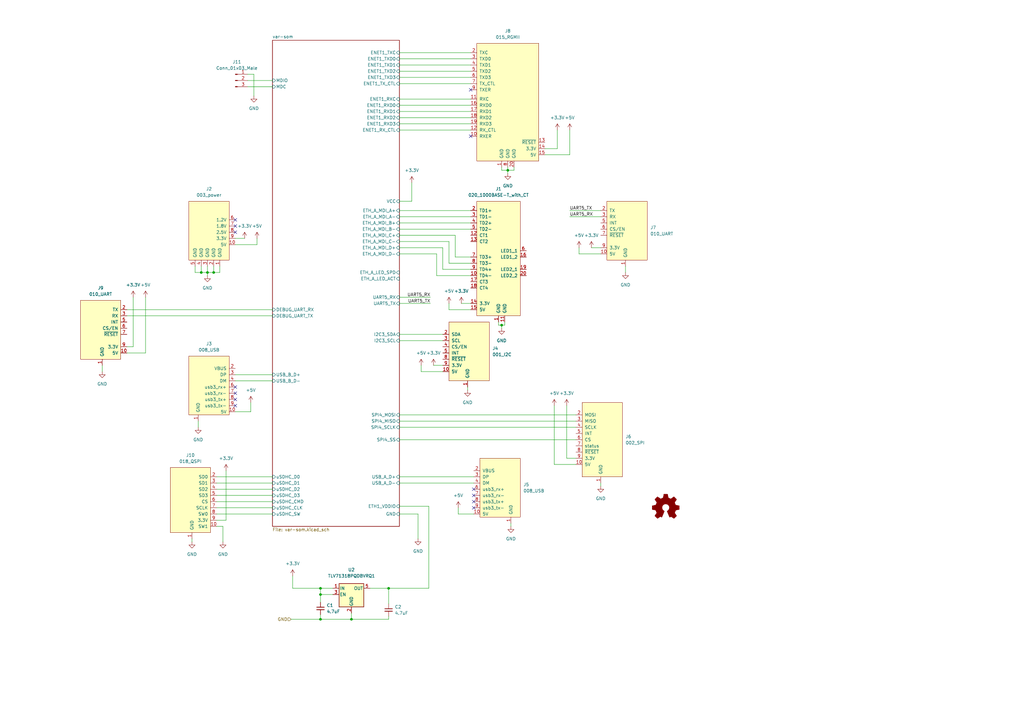
<source format=kicad_sch>
(kicad_sch (version 20211123) (generator eeschema)

  (uuid 57732dd3-1162-4c3f-88bd-31bf473d124d)

  (paper "A3")

  (lib_symbols
    (symbol "Connector:Conn_01x03_Male" (pin_names (offset 1.016) hide) (in_bom yes) (on_board yes)
      (property "Reference" "J" (id 0) (at 0 5.08 0)
        (effects (font (size 1.27 1.27)))
      )
      (property "Value" "Conn_01x03_Male" (id 1) (at 0 -5.08 0)
        (effects (font (size 1.27 1.27)))
      )
      (property "Footprint" "" (id 2) (at 0 0 0)
        (effects (font (size 1.27 1.27)) hide)
      )
      (property "Datasheet" "~" (id 3) (at 0 0 0)
        (effects (font (size 1.27 1.27)) hide)
      )
      (property "ki_keywords" "connector" (id 4) (at 0 0 0)
        (effects (font (size 1.27 1.27)) hide)
      )
      (property "ki_description" "Generic connector, single row, 01x03, script generated (kicad-library-utils/schlib/autogen/connector/)" (id 5) (at 0 0 0)
        (effects (font (size 1.27 1.27)) hide)
      )
      (property "ki_fp_filters" "Connector*:*_1x??_*" (id 6) (at 0 0 0)
        (effects (font (size 1.27 1.27)) hide)
      )
      (symbol "Conn_01x03_Male_1_1"
        (polyline
          (pts
            (xy 1.27 -2.54)
            (xy 0.8636 -2.54)
          )
          (stroke (width 0.1524) (type default) (color 0 0 0 0))
          (fill (type none))
        )
        (polyline
          (pts
            (xy 1.27 0)
            (xy 0.8636 0)
          )
          (stroke (width 0.1524) (type default) (color 0 0 0 0))
          (fill (type none))
        )
        (polyline
          (pts
            (xy 1.27 2.54)
            (xy 0.8636 2.54)
          )
          (stroke (width 0.1524) (type default) (color 0 0 0 0))
          (fill (type none))
        )
        (rectangle (start 0.8636 -2.413) (end 0 -2.667)
          (stroke (width 0.1524) (type default) (color 0 0 0 0))
          (fill (type outline))
        )
        (rectangle (start 0.8636 0.127) (end 0 -0.127)
          (stroke (width 0.1524) (type default) (color 0 0 0 0))
          (fill (type outline))
        )
        (rectangle (start 0.8636 2.667) (end 0 2.413)
          (stroke (width 0.1524) (type default) (color 0 0 0 0))
          (fill (type outline))
        )
        (pin passive line (at 5.08 2.54 180) (length 3.81)
          (name "Pin_1" (effects (font (size 1.27 1.27))))
          (number "1" (effects (font (size 1.27 1.27))))
        )
        (pin passive line (at 5.08 0 180) (length 3.81)
          (name "Pin_2" (effects (font (size 1.27 1.27))))
          (number "2" (effects (font (size 1.27 1.27))))
        )
        (pin passive line (at 5.08 -2.54 180) (length 3.81)
          (name "Pin_3" (effects (font (size 1.27 1.27))))
          (number "3" (effects (font (size 1.27 1.27))))
        )
      )
    )
    (symbol "Device:C_Small" (pin_numbers hide) (pin_names (offset 0.254) hide) (in_bom yes) (on_board yes)
      (property "Reference" "C" (id 0) (at 0.254 1.778 0)
        (effects (font (size 1.27 1.27)) (justify left))
      )
      (property "Value" "C_Small" (id 1) (at 0.254 -2.032 0)
        (effects (font (size 1.27 1.27)) (justify left))
      )
      (property "Footprint" "" (id 2) (at 0 0 0)
        (effects (font (size 1.27 1.27)) hide)
      )
      (property "Datasheet" "~" (id 3) (at 0 0 0)
        (effects (font (size 1.27 1.27)) hide)
      )
      (property "ki_keywords" "capacitor cap" (id 4) (at 0 0 0)
        (effects (font (size 1.27 1.27)) hide)
      )
      (property "ki_description" "Unpolarized capacitor, small symbol" (id 5) (at 0 0 0)
        (effects (font (size 1.27 1.27)) hide)
      )
      (property "ki_fp_filters" "C_*" (id 6) (at 0 0 0)
        (effects (font (size 1.27 1.27)) hide)
      )
      (symbol "C_Small_0_1"
        (polyline
          (pts
            (xy -1.524 -0.508)
            (xy 1.524 -0.508)
          )
          (stroke (width 0.3302) (type default) (color 0 0 0 0))
          (fill (type none))
        )
        (polyline
          (pts
            (xy -1.524 0.508)
            (xy 1.524 0.508)
          )
          (stroke (width 0.3048) (type default) (color 0 0 0 0))
          (fill (type none))
        )
      )
      (symbol "C_Small_1_1"
        (pin passive line (at 0 2.54 270) (length 2.032)
          (name "~" (effects (font (size 1.27 1.27))))
          (number "1" (effects (font (size 1.27 1.27))))
        )
        (pin passive line (at 0 -2.54 90) (length 2.032)
          (name "~" (effects (font (size 1.27 1.27))))
          (number "2" (effects (font (size 1.27 1.27))))
        )
      )
    )
    (symbol "Graphic:Logo_Open_Hardware_Small" (pin_names (offset 1.016)) (in_bom yes) (on_board yes)
      (property "Reference" "#LOGO" (id 0) (at 0 6.985 0)
        (effects (font (size 1.27 1.27)) hide)
      )
      (property "Value" "Logo_Open_Hardware_Small" (id 1) (at 0 -5.715 0)
        (effects (font (size 1.27 1.27)) hide)
      )
      (property "Footprint" "" (id 2) (at 0 0 0)
        (effects (font (size 1.27 1.27)) hide)
      )
      (property "Datasheet" "~" (id 3) (at 0 0 0)
        (effects (font (size 1.27 1.27)) hide)
      )
      (property "ki_keywords" "Logo" (id 4) (at 0 0 0)
        (effects (font (size 1.27 1.27)) hide)
      )
      (property "ki_description" "Open Hardware logo, small" (id 5) (at 0 0 0)
        (effects (font (size 1.27 1.27)) hide)
      )
      (symbol "Logo_Open_Hardware_Small_0_1"
        (polyline
          (pts
            (xy 3.3528 -4.3434)
            (xy 3.302 -4.318)
            (xy 3.175 -4.2418)
            (xy 2.9972 -4.1148)
            (xy 2.7686 -3.9624)
            (xy 2.54 -3.81)
            (xy 2.3622 -3.7084)
            (xy 2.2352 -3.6068)
            (xy 2.1844 -3.5814)
            (xy 2.159 -3.6068)
            (xy 2.0574 -3.6576)
            (xy 1.905 -3.7338)
            (xy 1.8034 -3.7846)
            (xy 1.6764 -3.8354)
            (xy 1.6002 -3.8354)
            (xy 1.6002 -3.8354)
            (xy 1.5494 -3.7338)
            (xy 1.4732 -3.5306)
            (xy 1.3462 -3.302)
            (xy 1.2446 -3.0226)
            (xy 1.1176 -2.7178)
            (xy 0.9652 -2.413)
            (xy 0.8636 -2.1082)
            (xy 0.7366 -1.8288)
            (xy 0.6604 -1.6256)
            (xy 0.6096 -1.4732)
            (xy 0.5842 -1.397)
            (xy 0.5842 -1.397)
            (xy 0.6604 -1.3208)
            (xy 0.7874 -1.2446)
            (xy 1.0414 -1.016)
            (xy 1.2954 -0.6858)
            (xy 1.4478 -0.3302)
            (xy 1.524 0.0762)
            (xy 1.4732 0.4572)
            (xy 1.3208 0.8128)
            (xy 1.0668 1.143)
            (xy 0.762 1.3716)
            (xy 0.4064 1.524)
            (xy 0 1.5748)
            (xy -0.381 1.5494)
            (xy -0.7366 1.397)
            (xy -1.0668 1.143)
            (xy -1.2192 0.9906)
            (xy -1.397 0.6604)
            (xy -1.524 0.3048)
            (xy -1.524 0.2286)
            (xy -1.4986 -0.1778)
            (xy -1.397 -0.5334)
            (xy -1.1938 -0.8636)
            (xy -0.9144 -1.143)
            (xy -0.8636 -1.1684)
            (xy -0.7366 -1.27)
            (xy -0.635 -1.3462)
            (xy -0.5842 -1.397)
            (xy -1.0668 -2.5908)
            (xy -1.143 -2.794)
            (xy -1.2954 -3.1242)
            (xy -1.397 -3.4036)
            (xy -1.4986 -3.6322)
            (xy -1.5748 -3.7846)
            (xy -1.6002 -3.8354)
            (xy -1.6002 -3.8354)
            (xy -1.651 -3.8354)
            (xy -1.7272 -3.81)
            (xy -1.905 -3.7338)
            (xy -2.0066 -3.683)
            (xy -2.1336 -3.6068)
            (xy -2.2098 -3.5814)
            (xy -2.2606 -3.6068)
            (xy -2.3622 -3.683)
            (xy -2.54 -3.81)
            (xy -2.7686 -3.9624)
            (xy -2.9718 -4.0894)
            (xy -3.1496 -4.2164)
            (xy -3.302 -4.318)
            (xy -3.3528 -4.3434)
            (xy -3.3782 -4.3434)
            (xy -3.429 -4.318)
            (xy -3.5306 -4.2164)
            (xy -3.7084 -4.064)
            (xy -3.937 -3.8354)
            (xy -3.9624 -3.81)
            (xy -4.1656 -3.6068)
            (xy -4.318 -3.4544)
            (xy -4.4196 -3.3274)
            (xy -4.445 -3.2766)
            (xy -4.445 -3.2766)
            (xy -4.4196 -3.2258)
            (xy -4.318 -3.0734)
            (xy -4.2164 -2.8956)
            (xy -4.064 -2.667)
            (xy -3.6576 -2.0828)
            (xy -3.8862 -1.5494)
            (xy -3.937 -1.3716)
            (xy -4.0386 -1.1684)
            (xy -4.0894 -1.0414)
            (xy -4.1148 -0.9652)
            (xy -4.191 -0.9398)
            (xy -4.318 -0.9144)
            (xy -4.5466 -0.8636)
            (xy -4.8006 -0.8128)
            (xy -5.0546 -0.7874)
            (xy -5.2578 -0.7366)
            (xy -5.4356 -0.7112)
            (xy -5.5118 -0.6858)
            (xy -5.5118 -0.6858)
            (xy -5.5372 -0.635)
            (xy -5.5372 -0.5588)
            (xy -5.5372 -0.4318)
            (xy -5.5626 -0.2286)
            (xy -5.5626 0.0762)
            (xy -5.5626 0.127)
            (xy -5.5372 0.4064)
            (xy -5.5372 0.635)
            (xy -5.5372 0.762)
            (xy -5.5372 0.8382)
            (xy -5.5372 0.8382)
            (xy -5.461 0.8382)
            (xy -5.3086 0.889)
            (xy -5.08 0.9144)
            (xy -4.826 0.9652)
            (xy -4.8006 0.9906)
            (xy -4.5466 1.0414)
            (xy -4.318 1.0668)
            (xy -4.1656 1.1176)
            (xy -4.0894 1.143)
            (xy -4.0894 1.143)
            (xy -4.0386 1.2446)
            (xy -3.9624 1.4224)
            (xy -3.8608 1.6256)
            (xy -3.7846 1.8288)
            (xy -3.7084 2.0066)
            (xy -3.6576 2.159)
            (xy -3.6322 2.2098)
            (xy -3.6322 2.2098)
            (xy -3.683 2.286)
            (xy -3.7592 2.413)
            (xy -3.8862 2.5908)
            (xy -4.064 2.8194)
            (xy -4.064 2.8448)
            (xy -4.2164 3.0734)
            (xy -4.3434 3.2512)
            (xy -4.4196 3.3782)
            (xy -4.445 3.4544)
            (xy -4.445 3.4544)
            (xy -4.3942 3.5052)
            (xy -4.2926 3.6322)
            (xy -4.1148 3.81)
            (xy -3.937 4.0132)
            (xy -3.8608 4.064)
            (xy -3.6576 4.2926)
            (xy -3.5052 4.4196)
            (xy -3.4036 4.4958)
            (xy -3.3528 4.5212)
            (xy -3.3528 4.5212)
            (xy -3.302 4.4704)
            (xy -3.1496 4.3688)
            (xy -2.9718 4.2418)
            (xy -2.7432 4.0894)
            (xy -2.7178 4.0894)
            (xy -2.4892 3.937)
            (xy -2.3114 3.81)
            (xy -2.1844 3.7084)
            (xy -2.1336 3.683)
            (xy -2.1082 3.683)
            (xy -2.032 3.7084)
            (xy -1.8542 3.7592)
            (xy -1.6764 3.8354)
            (xy -1.4732 3.937)
            (xy -1.27 4.0132)
            (xy -1.143 4.064)
            (xy -1.0668 4.1148)
            (xy -1.0668 4.1148)
            (xy -1.0414 4.191)
            (xy -1.016 4.3434)
            (xy -0.9652 4.572)
            (xy -0.9144 4.8514)
            (xy -0.889 4.9022)
            (xy -0.8382 5.1562)
            (xy -0.8128 5.3848)
            (xy -0.7874 5.5372)
            (xy -0.762 5.588)
            (xy -0.7112 5.6134)
            (xy -0.5842 5.6134)
            (xy -0.4064 5.6134)
            (xy -0.1524 5.6134)
            (xy 0.0762 5.6134)
            (xy 0.3302 5.6134)
            (xy 0.5334 5.6134)
            (xy 0.6858 5.588)
            (xy 0.7366 5.588)
            (xy 0.7366 5.588)
            (xy 0.762 5.5118)
            (xy 0.8128 5.334)
            (xy 0.8382 5.1054)
            (xy 0.9144 4.826)
            (xy 0.9144 4.7752)
            (xy 0.9652 4.5212)
            (xy 1.016 4.2926)
            (xy 1.0414 4.1402)
            (xy 1.0668 4.0894)
            (xy 1.0668 4.0894)
            (xy 1.1938 4.0386)
            (xy 1.3716 3.9624)
            (xy 1.5748 3.8608)
            (xy 2.0828 3.6576)
            (xy 2.7178 4.0894)
            (xy 2.7686 4.1402)
            (xy 2.9972 4.2926)
            (xy 3.175 4.4196)
            (xy 3.302 4.4958)
            (xy 3.3782 4.5212)
            (xy 3.3782 4.5212)
            (xy 3.429 4.4704)
            (xy 3.556 4.3434)
            (xy 3.7338 4.191)
            (xy 3.9116 3.9878)
            (xy 4.064 3.8354)
            (xy 4.2418 3.6576)
            (xy 4.3434 3.556)
            (xy 4.4196 3.4798)
            (xy 4.4196 3.429)
            (xy 4.4196 3.4036)
            (xy 4.3942 3.3274)
            (xy 4.2926 3.2004)
            (xy 4.1656 2.9972)
            (xy 4.0132 2.794)
            (xy 3.8862 2.5908)
            (xy 3.7592 2.3876)
            (xy 3.6576 2.2352)
            (xy 3.6322 2.159)
            (xy 3.6322 2.1336)
            (xy 3.683 2.0066)
            (xy 3.7592 1.8288)
            (xy 3.8608 1.6002)
            (xy 4.064 1.1176)
            (xy 4.3942 1.0414)
            (xy 4.5974 1.016)
            (xy 4.8768 0.9652)
            (xy 5.1308 0.9144)
            (xy 5.5372 0.8382)
            (xy 5.5626 -0.6604)
            (xy 5.4864 -0.6858)
            (xy 5.4356 -0.6858)
            (xy 5.2832 -0.7366)
            (xy 5.0546 -0.762)
            (xy 4.8006 -0.8128)
            (xy 4.5974 -0.8636)
            (xy 4.3688 -0.9144)
            (xy 4.2164 -0.9398)
            (xy 4.1402 -0.9398)
            (xy 4.1148 -0.9652)
            (xy 4.064 -1.0668)
            (xy 3.9878 -1.2446)
            (xy 3.9116 -1.4478)
            (xy 3.81 -1.651)
            (xy 3.7338 -1.8542)
            (xy 3.683 -2.0066)
            (xy 3.6576 -2.0828)
            (xy 3.683 -2.1336)
            (xy 3.7846 -2.2606)
            (xy 3.8862 -2.4638)
            (xy 4.0386 -2.667)
            (xy 4.191 -2.8956)
            (xy 4.318 -3.0734)
            (xy 4.3942 -3.2004)
            (xy 4.445 -3.2766)
            (xy 4.4196 -3.3274)
            (xy 4.3434 -3.429)
            (xy 4.1656 -3.5814)
            (xy 3.937 -3.8354)
            (xy 3.8862 -3.8608)
            (xy 3.683 -4.064)
            (xy 3.5306 -4.2164)
            (xy 3.4036 -4.318)
            (xy 3.3528 -4.3434)
          )
          (stroke (width 0) (type default) (color 0 0 0 0))
          (fill (type outline))
        )
      )
    )
    (symbol "Regulator_Linear:TLV71209_SOT23-5" (pin_names (offset 0.254)) (in_bom yes) (on_board yes)
      (property "Reference" "U" (id 0) (at -3.81 5.715 0)
        (effects (font (size 1.27 1.27)))
      )
      (property "Value" "TLV71209_SOT23-5" (id 1) (at 0 5.715 0)
        (effects (font (size 1.27 1.27)) (justify left))
      )
      (property "Footprint" "Package_TO_SOT_SMD:SOT-23-5" (id 2) (at 0 8.255 0)
        (effects (font (size 1.27 1.27) italic) hide)
      )
      (property "Datasheet" "http://www.ti.com/lit/ds/symlink/tlv712.pdf" (id 3) (at 0 1.27 0)
        (effects (font (size 1.27 1.27)) hide)
      )
      (property "ki_keywords" "LDO Regulator Fixed Positive" (id 4) (at 0 0 0)
        (effects (font (size 1.27 1.27)) hide)
      )
      (property "ki_description" "300mA Low Dropout Voltage Regulator, Fixed Output 0.9V, SOT-23-5" (id 5) (at 0 0 0)
        (effects (font (size 1.27 1.27)) hide)
      )
      (property "ki_fp_filters" "SOT?23*" (id 6) (at 0 0 0)
        (effects (font (size 1.27 1.27)) hide)
      )
      (symbol "TLV71209_SOT23-5_0_1"
        (rectangle (start -5.08 4.445) (end 5.08 -5.08)
          (stroke (width 0.254) (type default) (color 0 0 0 0))
          (fill (type background))
        )
      )
      (symbol "TLV71209_SOT23-5_1_1"
        (pin power_in line (at -7.62 2.54 0) (length 2.54)
          (name "IN" (effects (font (size 1.27 1.27))))
          (number "1" (effects (font (size 1.27 1.27))))
        )
        (pin power_in line (at 0 -7.62 90) (length 2.54)
          (name "GND" (effects (font (size 1.27 1.27))))
          (number "2" (effects (font (size 1.27 1.27))))
        )
        (pin input line (at -7.62 0 0) (length 2.54)
          (name "EN" (effects (font (size 1.27 1.27))))
          (number "3" (effects (font (size 1.27 1.27))))
        )
        (pin no_connect line (at 5.08 0 180) (length 2.54) hide
          (name "NC" (effects (font (size 1.27 1.27))))
          (number "4" (effects (font (size 1.27 1.27))))
        )
        (pin power_out line (at 7.62 2.54 180) (length 2.54)
          (name "OUT" (effects (font (size 1.27 1.27))))
          (number "5" (effects (font (size 1.27 1.27))))
        )
      )
    )
    (symbol "power:+3.3V" (power) (pin_names (offset 0)) (in_bom yes) (on_board yes)
      (property "Reference" "#PWR" (id 0) (at 0 -3.81 0)
        (effects (font (size 1.27 1.27)) hide)
      )
      (property "Value" "+3.3V" (id 1) (at 0 3.556 0)
        (effects (font (size 1.27 1.27)))
      )
      (property "Footprint" "" (id 2) (at 0 0 0)
        (effects (font (size 1.27 1.27)) hide)
      )
      (property "Datasheet" "" (id 3) (at 0 0 0)
        (effects (font (size 1.27 1.27)) hide)
      )
      (property "ki_keywords" "power-flag" (id 4) (at 0 0 0)
        (effects (font (size 1.27 1.27)) hide)
      )
      (property "ki_description" "Power symbol creates a global label with name \"+3.3V\"" (id 5) (at 0 0 0)
        (effects (font (size 1.27 1.27)) hide)
      )
      (symbol "+3.3V_0_1"
        (polyline
          (pts
            (xy -0.762 1.27)
            (xy 0 2.54)
          )
          (stroke (width 0) (type default) (color 0 0 0 0))
          (fill (type none))
        )
        (polyline
          (pts
            (xy 0 0)
            (xy 0 2.54)
          )
          (stroke (width 0) (type default) (color 0 0 0 0))
          (fill (type none))
        )
        (polyline
          (pts
            (xy 0 2.54)
            (xy 0.762 1.27)
          )
          (stroke (width 0) (type default) (color 0 0 0 0))
          (fill (type none))
        )
      )
      (symbol "+3.3V_1_1"
        (pin power_in line (at 0 0 90) (length 0) hide
          (name "+3.3V" (effects (font (size 1.27 1.27))))
          (number "1" (effects (font (size 1.27 1.27))))
        )
      )
    )
    (symbol "power:+5V" (power) (pin_names (offset 0)) (in_bom yes) (on_board yes)
      (property "Reference" "#PWR" (id 0) (at 0 -3.81 0)
        (effects (font (size 1.27 1.27)) hide)
      )
      (property "Value" "+5V" (id 1) (at 0 3.556 0)
        (effects (font (size 1.27 1.27)))
      )
      (property "Footprint" "" (id 2) (at 0 0 0)
        (effects (font (size 1.27 1.27)) hide)
      )
      (property "Datasheet" "" (id 3) (at 0 0 0)
        (effects (font (size 1.27 1.27)) hide)
      )
      (property "ki_keywords" "power-flag" (id 4) (at 0 0 0)
        (effects (font (size 1.27 1.27)) hide)
      )
      (property "ki_description" "Power symbol creates a global label with name \"+5V\"" (id 5) (at 0 0 0)
        (effects (font (size 1.27 1.27)) hide)
      )
      (symbol "+5V_0_1"
        (polyline
          (pts
            (xy -0.762 1.27)
            (xy 0 2.54)
          )
          (stroke (width 0) (type default) (color 0 0 0 0))
          (fill (type none))
        )
        (polyline
          (pts
            (xy 0 0)
            (xy 0 2.54)
          )
          (stroke (width 0) (type default) (color 0 0 0 0))
          (fill (type none))
        )
        (polyline
          (pts
            (xy 0 2.54)
            (xy 0.762 1.27)
          )
          (stroke (width 0) (type default) (color 0 0 0 0))
          (fill (type none))
        )
      )
      (symbol "+5V_1_1"
        (pin power_in line (at 0 0 90) (length 0) hide
          (name "+5V" (effects (font (size 1.27 1.27))))
          (number "1" (effects (font (size 1.27 1.27))))
        )
      )
    )
    (symbol "power:GND" (power) (pin_names (offset 0)) (in_bom yes) (on_board yes)
      (property "Reference" "#PWR" (id 0) (at 0 -6.35 0)
        (effects (font (size 1.27 1.27)) hide)
      )
      (property "Value" "GND" (id 1) (at 0 -3.81 0)
        (effects (font (size 1.27 1.27)))
      )
      (property "Footprint" "" (id 2) (at 0 0 0)
        (effects (font (size 1.27 1.27)) hide)
      )
      (property "Datasheet" "" (id 3) (at 0 0 0)
        (effects (font (size 1.27 1.27)) hide)
      )
      (property "ki_keywords" "power-flag" (id 4) (at 0 0 0)
        (effects (font (size 1.27 1.27)) hide)
      )
      (property "ki_description" "Power symbol creates a global label with name \"GND\" , ground" (id 5) (at 0 0 0)
        (effects (font (size 1.27 1.27)) hide)
      )
      (symbol "GND_0_1"
        (polyline
          (pts
            (xy 0 0)
            (xy 0 -1.27)
            (xy 1.27 -1.27)
            (xy 0 -2.54)
            (xy -1.27 -1.27)
            (xy 0 -1.27)
          )
          (stroke (width 0) (type default) (color 0 0 0 0))
          (fill (type none))
        )
      )
      (symbol "GND_1_1"
        (pin power_in line (at 0 0 270) (length 0) hide
          (name "GND" (effects (font (size 1.27 1.27))))
          (number "1" (effects (font (size 1.27 1.27))))
        )
      )
    )
    (symbol "put_on_edge:001_I2C" (pin_names (offset 1.016)) (in_bom yes) (on_board yes)
      (property "Reference" "J" (id 0) (at -2.54 13.97 0)
        (effects (font (size 1.27 1.27)))
      )
      (property "Value" "001_I2C" (id 1) (at 8.89 13.97 0)
        (effects (font (size 1.27 1.27)))
      )
      (property "Footprint" "" (id 2) (at 7.62 16.51 0)
        (effects (font (size 1.27 1.27)) hide)
      )
      (property "Datasheet" "" (id 3) (at 7.62 16.51 0)
        (effects (font (size 1.27 1.27)) hide)
      )
      (symbol "001_I2C_0_1"
        (rectangle (start -8.89 12.7) (end 7.62 -11.43)
          (stroke (width 0) (type default) (color 0 0 0 0))
          (fill (type background))
        )
      )
      (symbol "001_I2C_1_1"
        (pin power_in line (at -1.27 -13.97 90) (length 2.54)
          (name "GND" (effects (font (size 1.27 1.27))))
          (number "1" (effects (font (size 1.27 1.27))))
        )
        (pin power_in line (at -11.43 -7.62 0) (length 2.54)
          (name "5V" (effects (font (size 1.27 1.27))))
          (number "10" (effects (font (size 1.27 1.27))))
        )
        (pin bidirectional line (at -11.43 7.62 0) (length 2.54)
          (name "SDA" (effects (font (size 1.27 1.27))))
          (number "2" (effects (font (size 1.27 1.27))))
        )
        (pin bidirectional line (at -11.43 5.08 0) (length 2.54)
          (name "SCL" (effects (font (size 1.27 1.27))))
          (number "3" (effects (font (size 1.27 1.27))))
        )
        (pin bidirectional line (at -11.43 2.54 0) (length 2.54)
          (name "CS/EN" (effects (font (size 1.27 1.27))))
          (number "4" (effects (font (size 1.27 1.27))))
        )
        (pin bidirectional line (at -11.43 0 0) (length 2.54)
          (name "INT" (effects (font (size 1.27 1.27))))
          (number "5" (effects (font (size 1.27 1.27))))
        )
        (pin bidirectional line (at -11.43 -2.54 0) (length 2.54)
          (name "~{RESET}" (effects (font (size 1.27 1.27))))
          (number "8" (effects (font (size 1.27 1.27))))
        )
        (pin power_in line (at -11.43 -5.08 0) (length 2.54)
          (name "3.3V" (effects (font (size 1.27 1.27))))
          (number "9" (effects (font (size 1.27 1.27))))
        )
      )
    )
    (symbol "put_on_edge:002_SPI" (pin_names (offset 1.016)) (in_bom yes) (on_board yes)
      (property "Reference" "J" (id 0) (at -1.27 13.97 0)
        (effects (font (size 1.27 1.27)))
      )
      (property "Value" "002_SPI" (id 1) (at 10.16 13.97 0)
        (effects (font (size 1.27 1.27)))
      )
      (property "Footprint" "" (id 2) (at 8.89 16.51 0)
        (effects (font (size 1.27 1.27)) hide)
      )
      (property "Datasheet" "" (id 3) (at 8.89 16.51 0)
        (effects (font (size 1.27 1.27)) hide)
      )
      (symbol "002_SPI_0_1"
        (rectangle (start -7.62 12.7) (end 8.89 -17.78)
          (stroke (width 0) (type default) (color 0 0 0 0))
          (fill (type background))
        )
      )
      (symbol "002_SPI_1_1"
        (pin power_in line (at 0 -20.32 90) (length 2.54)
          (name "GND" (effects (font (size 1.27 1.27))))
          (number "1" (effects (font (size 1.27 1.27))))
        )
        (pin power_in line (at -10.16 -12.7 0) (length 2.54)
          (name "5V" (effects (font (size 1.27 1.27))))
          (number "10" (effects (font (size 1.27 1.27))))
        )
        (pin bidirectional line (at -10.16 7.62 0) (length 2.54)
          (name "MOSI" (effects (font (size 1.27 1.27))))
          (number "2" (effects (font (size 1.27 1.27))))
        )
        (pin bidirectional line (at -10.16 5.08 0) (length 2.54)
          (name "MISO" (effects (font (size 1.27 1.27))))
          (number "3" (effects (font (size 1.27 1.27))))
        )
        (pin bidirectional line (at -10.16 2.54 0) (length 2.54)
          (name "SCLK" (effects (font (size 1.27 1.27))))
          (number "4" (effects (font (size 1.27 1.27))))
        )
        (pin bidirectional line (at -10.16 0 0) (length 2.54)
          (name "INT" (effects (font (size 1.27 1.27))))
          (number "5" (effects (font (size 1.27 1.27))))
        )
        (pin bidirectional line (at -10.16 -2.54 0) (length 2.54)
          (name "CS" (effects (font (size 1.27 1.27))))
          (number "6" (effects (font (size 1.27 1.27))))
        )
        (pin bidirectional line (at -10.16 -5.08 0) (length 2.54)
          (name "status" (effects (font (size 1.27 1.27))))
          (number "7" (effects (font (size 1.27 1.27))))
        )
        (pin bidirectional line (at -10.16 -7.62 0) (length 2.54)
          (name "~{RESET}" (effects (font (size 1.27 1.27))))
          (number "8" (effects (font (size 1.27 1.27))))
        )
        (pin power_in line (at -10.16 -10.16 0) (length 2.54)
          (name "3.3V" (effects (font (size 1.27 1.27))))
          (number "9" (effects (font (size 1.27 1.27))))
        )
      )
    )
    (symbol "put_on_edge:003_power" (pin_names (offset 1.016)) (in_bom yes) (on_board yes)
      (property "Reference" "J" (id 0) (at -2.54 13.97 0)
        (effects (font (size 1.27 1.27)))
      )
      (property "Value" "003_power" (id 1) (at 8.89 13.97 0)
        (effects (font (size 1.27 1.27)))
      )
      (property "Footprint" "" (id 2) (at 7.62 16.51 0)
        (effects (font (size 1.27 1.27)) hide)
      )
      (property "Datasheet" "" (id 3) (at 7.62 16.51 0)
        (effects (font (size 1.27 1.27)) hide)
      )
      (symbol "003_power_0_1"
        (rectangle (start -8.89 12.7) (end 7.62 -11.43)
          (stroke (width 0) (type default) (color 0 0 0 0))
          (fill (type background))
        )
      )
      (symbol "003_power_1_1"
        (pin power_in line (at -5.08 -13.97 90) (length 2.54)
          (name "GND" (effects (font (size 1.27 1.27))))
          (number "1" (effects (font (size 1.27 1.27))))
        )
        (pin power_out line (at -11.43 -5.08 0) (length 2.54)
          (name "5V" (effects (font (size 1.27 1.27))))
          (number "10" (effects (font (size 1.27 1.27))))
        )
        (pin power_in line (at -2.54 -13.97 90) (length 2.54)
          (name "GND" (effects (font (size 1.27 1.27))))
          (number "2" (effects (font (size 1.27 1.27))))
        )
        (pin power_in line (at 0 -13.97 90) (length 2.54)
          (name "GND" (effects (font (size 1.27 1.27))))
          (number "3" (effects (font (size 1.27 1.27))))
        )
        (pin power_in line (at 2.54 -13.97 90) (length 2.54)
          (name "GND" (effects (font (size 1.27 1.27))))
          (number "4" (effects (font (size 1.27 1.27))))
        )
        (pin power_in line (at 5.08 -13.97 90) (length 2.54)
          (name "GND" (effects (font (size 1.27 1.27))))
          (number "5" (effects (font (size 1.27 1.27))))
        )
        (pin power_out line (at -11.43 5.08 0) (length 2.54)
          (name "1.2V" (effects (font (size 1.27 1.27))))
          (number "6" (effects (font (size 1.27 1.27))))
        )
        (pin power_out line (at -11.43 2.54 0) (length 2.54)
          (name "1.8V" (effects (font (size 1.27 1.27))))
          (number "7" (effects (font (size 1.27 1.27))))
        )
        (pin power_out line (at -11.43 0 0) (length 2.54)
          (name "2.5V" (effects (font (size 1.27 1.27))))
          (number "8" (effects (font (size 1.27 1.27))))
        )
        (pin power_out line (at -11.43 -2.54 0) (length 2.54)
          (name "3.3V" (effects (font (size 1.27 1.27))))
          (number "9" (effects (font (size 1.27 1.27))))
        )
      )
    )
    (symbol "put_on_edge:008_USB" (pin_names (offset 1.016)) (in_bom yes) (on_board yes)
      (property "Reference" "J" (id 0) (at -2.54 13.97 0)
        (effects (font (size 1.27 1.27)))
      )
      (property "Value" "008_USB" (id 1) (at 8.89 13.97 0)
        (effects (font (size 1.27 1.27)))
      )
      (property "Footprint" "" (id 2) (at 7.62 16.51 0)
        (effects (font (size 1.27 1.27)) hide)
      )
      (property "Datasheet" "" (id 3) (at 7.62 16.51 0)
        (effects (font (size 1.27 1.27)) hide)
      )
      (symbol "008_USB_0_1"
        (rectangle (start -8.89 12.7) (end 7.62 -11.43)
          (stroke (width 0) (type default) (color 0 0 0 0))
          (fill (type background))
        )
      )
      (symbol "008_USB_1_1"
        (pin power_in line (at 3.81 -13.97 90) (length 2.54)
          (name "GND" (effects (font (size 1.27 1.27))))
          (number "1" (effects (font (size 1.27 1.27))))
        )
        (pin power_in line (at -11.43 -10.16 0) (length 2.54)
          (name "5V" (effects (font (size 1.27 1.27))))
          (number "10" (effects (font (size 1.27 1.27))))
        )
        (pin power_in line (at -11.43 7.62 0) (length 2.54)
          (name "VBUS" (effects (font (size 1.27 1.27))))
          (number "2" (effects (font (size 1.27 1.27))))
        )
        (pin bidirectional line (at -11.43 5.08 0) (length 2.54)
          (name "DP" (effects (font (size 1.27 1.27))))
          (number "3" (effects (font (size 1.27 1.27))))
        )
        (pin bidirectional line (at -11.43 2.54 0) (length 2.54)
          (name "DM" (effects (font (size 1.27 1.27))))
          (number "4" (effects (font (size 1.27 1.27))))
        )
        (pin input line (at -11.43 0 0) (length 2.54)
          (name "usb3_rx+" (effects (font (size 1.27 1.27))))
          (number "6" (effects (font (size 1.27 1.27))))
        )
        (pin input line (at -11.43 -2.54 0) (length 2.54)
          (name "usb3_rx-" (effects (font (size 1.27 1.27))))
          (number "7" (effects (font (size 1.27 1.27))))
        )
        (pin input line (at -11.43 -5.08 0) (length 2.54)
          (name "usb3_tx+" (effects (font (size 1.27 1.27))))
          (number "8" (effects (font (size 1.27 1.27))))
        )
        (pin input line (at -11.43 -7.62 0) (length 2.54)
          (name "usb3_tx-" (effects (font (size 1.27 1.27))))
          (number "9" (effects (font (size 1.27 1.27))))
        )
      )
    )
    (symbol "put_on_edge:010_UART" (pin_names (offset 1.016)) (in_bom yes) (on_board yes)
      (property "Reference" "J" (id 0) (at -2.54 13.97 0)
        (effects (font (size 1.27 1.27)))
      )
      (property "Value" "010_UART" (id 1) (at 8.89 13.97 0)
        (effects (font (size 1.27 1.27)))
      )
      (property "Footprint" "" (id 2) (at 7.62 16.51 0)
        (effects (font (size 1.27 1.27)) hide)
      )
      (property "Datasheet" "" (id 3) (at 7.62 16.51 0)
        (effects (font (size 1.27 1.27)) hide)
      )
      (symbol "010_UART_0_1"
        (rectangle (start -8.89 12.7) (end 7.62 -11.43)
          (stroke (width 0) (type default) (color 0 0 0 0))
          (fill (type background))
        )
      )
      (symbol "010_UART_1_1"
        (pin power_in line (at -1.27 -13.97 90) (length 2.54)
          (name "GND" (effects (font (size 1.27 1.27))))
          (number "1" (effects (font (size 1.27 1.27))))
        )
        (pin power_in line (at -11.43 -8.89 0) (length 2.54)
          (name "5V" (effects (font (size 1.27 1.27))))
          (number "10" (effects (font (size 1.27 1.27))))
        )
        (pin bidirectional line (at -11.43 8.89 0) (length 2.54)
          (name "TX" (effects (font (size 1.27 1.27))))
          (number "2" (effects (font (size 1.27 1.27))))
        )
        (pin bidirectional line (at -11.43 6.35 0) (length 2.54)
          (name "RX" (effects (font (size 1.27 1.27))))
          (number "3" (effects (font (size 1.27 1.27))))
        )
        (pin bidirectional line (at -11.43 3.81 0) (length 2.54)
          (name "INT" (effects (font (size 1.27 1.27))))
          (number "5" (effects (font (size 1.27 1.27))))
        )
        (pin bidirectional line (at -11.43 1.27 0) (length 2.54)
          (name "CS/EN" (effects (font (size 1.27 1.27))))
          (number "6" (effects (font (size 1.27 1.27))))
        )
        (pin bidirectional line (at -11.43 -1.27 0) (length 2.54)
          (name "~{RESET}" (effects (font (size 1.27 1.27))))
          (number "7" (effects (font (size 1.27 1.27))))
        )
        (pin power_in line (at -11.43 -6.35 0) (length 2.54)
          (name "3.3V" (effects (font (size 1.27 1.27))))
          (number "9" (effects (font (size 1.27 1.27))))
        )
      )
    )
    (symbol "put_on_edge:015_RGMII" (pin_names (offset 1.016)) (in_bom yes) (on_board yes)
      (property "Reference" "J" (id 0) (at -6.35 16.51 0)
        (effects (font (size 1.27 1.27)))
      )
      (property "Value" "015_RGMII" (id 1) (at 5.08 16.51 0)
        (effects (font (size 1.27 1.27)))
      )
      (property "Footprint" "" (id 2) (at 3.81 19.05 0)
        (effects (font (size 1.27 1.27)) hide)
      )
      (property "Datasheet" "" (id 3) (at 3.81 19.05 0)
        (effects (font (size 1.27 1.27)) hide)
      )
      (symbol "015_RGMII_0_1"
        (rectangle (start -12.7 30.48) (end 12.7 -17.78)
          (stroke (width 0) (type default) (color 0 0 0 0))
          (fill (type background))
        )
      )
      (symbol "015_RGMII_1_1"
        (pin power_in line (at -2.54 -20.32 90) (length 2.54)
          (name "GND" (effects (font (size 1.27 1.27))))
          (number "1" (effects (font (size 1.27 1.27))))
        )
        (pin bidirectional line (at -15.24 -7.62 0) (length 2.54)
          (name "RXER" (effects (font (size 1.27 1.27))))
          (number "10" (effects (font (size 1.27 1.27))))
        )
        (pin bidirectional line (at -15.24 7.62 0) (length 2.54)
          (name "RXC" (effects (font (size 1.27 1.27))))
          (number "11" (effects (font (size 1.27 1.27))))
        )
        (pin bidirectional line (at -15.24 -5.08 0) (length 2.54)
          (name "RX_CTL" (effects (font (size 1.27 1.27))))
          (number "12" (effects (font (size 1.27 1.27))))
        )
        (pin bidirectional line (at 15.24 -10.16 180) (length 2.54)
          (name "~{RESET}" (effects (font (size 1.27 1.27))))
          (number "13" (effects (font (size 1.27 1.27))))
        )
        (pin bidirectional line (at 15.24 -12.7 180) (length 2.54)
          (name "3.3V" (effects (font (size 1.27 1.27))))
          (number "14" (effects (font (size 1.27 1.27))))
        )
        (pin bidirectional line (at 15.24 -15.24 180) (length 2.54)
          (name "5V" (effects (font (size 1.27 1.27))))
          (number "15" (effects (font (size 1.27 1.27))))
        )
        (pin bidirectional line (at -15.24 5.08 0) (length 2.54)
          (name "RXD0" (effects (font (size 1.27 1.27))))
          (number "16" (effects (font (size 1.27 1.27))))
        )
        (pin bidirectional line (at -15.24 2.54 0) (length 2.54)
          (name "RXD1" (effects (font (size 1.27 1.27))))
          (number "17" (effects (font (size 1.27 1.27))))
        )
        (pin bidirectional line (at -15.24 0 0) (length 2.54)
          (name "RXD2" (effects (font (size 1.27 1.27))))
          (number "18" (effects (font (size 1.27 1.27))))
        )
        (pin bidirectional line (at -15.24 -2.54 0) (length 2.54)
          (name "RXD3" (effects (font (size 1.27 1.27))))
          (number "19" (effects (font (size 1.27 1.27))))
        )
        (pin bidirectional line (at -15.24 26.67 0) (length 2.54)
          (name "TXC" (effects (font (size 1.27 1.27))))
          (number "2" (effects (font (size 1.27 1.27))))
        )
        (pin power_in line (at 2.54 -20.32 90) (length 2.54)
          (name "GND" (effects (font (size 1.27 1.27))))
          (number "20" (effects (font (size 1.27 1.27))))
        )
        (pin bidirectional line (at -15.24 24.13 0) (length 2.54)
          (name "TXD0" (effects (font (size 1.27 1.27))))
          (number "3" (effects (font (size 1.27 1.27))))
        )
        (pin bidirectional line (at -15.24 21.59 0) (length 2.54)
          (name "TXD1" (effects (font (size 1.27 1.27))))
          (number "4" (effects (font (size 1.27 1.27))))
        )
        (pin bidirectional line (at -15.24 19.05 0) (length 2.54)
          (name "TXD2" (effects (font (size 1.27 1.27))))
          (number "5" (effects (font (size 1.27 1.27))))
        )
        (pin bidirectional line (at -15.24 16.51 0) (length 2.54)
          (name "TXD3" (effects (font (size 1.27 1.27))))
          (number "6" (effects (font (size 1.27 1.27))))
        )
        (pin bidirectional line (at -15.24 13.97 0) (length 2.54)
          (name "TX_CTL" (effects (font (size 1.27 1.27))))
          (number "7" (effects (font (size 1.27 1.27))))
        )
        (pin power_in line (at 0 -20.32 90) (length 2.54)
          (name "GND" (effects (font (size 1.27 1.27))))
          (number "8" (effects (font (size 1.27 1.27))))
        )
        (pin bidirectional line (at -15.24 11.43 0) (length 2.54)
          (name "TXER" (effects (font (size 1.27 1.27))))
          (number "9" (effects (font (size 1.27 1.27))))
        )
      )
    )
    (symbol "put_on_edge:018_QSPI" (pin_names (offset 1.016)) (in_bom yes) (on_board yes)
      (property "Reference" "J" (id 0) (at -2.54 13.97 0)
        (effects (font (size 1.27 1.27)))
      )
      (property "Value" "018_QSPI" (id 1) (at 8.89 13.97 0)
        (effects (font (size 1.27 1.27)))
      )
      (property "Footprint" "" (id 2) (at 7.62 16.51 0)
        (effects (font (size 1.27 1.27)) hide)
      )
      (property "Datasheet" "" (id 3) (at 7.62 16.51 0)
        (effects (font (size 1.27 1.27)) hide)
      )
      (symbol "018_QSPI_0_1"
        (rectangle (start -8.89 12.7) (end 7.62 -13.97)
          (stroke (width 0) (type default) (color 0 0 0 0))
          (fill (type background))
        )
      )
      (symbol "018_QSPI_1_1"
        (pin power_in line (at -1.27 -16.51 90) (length 2.54)
          (name "GND" (effects (font (size 1.27 1.27))))
          (number "1" (effects (font (size 1.27 1.27))))
        )
        (pin bidirectional line (at -11.43 -11.43 0) (length 2.54)
          (name "SW1" (effects (font (size 1.27 1.27))))
          (number "10" (effects (font (size 1.27 1.27))))
        )
        (pin bidirectional line (at -11.43 8.89 0) (length 2.54)
          (name "SD0" (effects (font (size 1.27 1.27))))
          (number "2" (effects (font (size 1.27 1.27))))
        )
        (pin bidirectional line (at -11.43 6.35 0) (length 2.54)
          (name "SD1" (effects (font (size 1.27 1.27))))
          (number "3" (effects (font (size 1.27 1.27))))
        )
        (pin bidirectional line (at -11.43 3.81 0) (length 2.54)
          (name "SD2" (effects (font (size 1.27 1.27))))
          (number "4" (effects (font (size 1.27 1.27))))
        )
        (pin bidirectional line (at -11.43 1.27 0) (length 2.54)
          (name "SD3" (effects (font (size 1.27 1.27))))
          (number "5" (effects (font (size 1.27 1.27))))
        )
        (pin bidirectional line (at -11.43 -1.27 0) (length 2.54)
          (name "CS" (effects (font (size 1.27 1.27))))
          (number "6" (effects (font (size 1.27 1.27))))
        )
        (pin bidirectional line (at -11.43 -3.81 0) (length 2.54)
          (name "SCLK" (effects (font (size 1.27 1.27))))
          (number "7" (effects (font (size 1.27 1.27))))
        )
        (pin bidirectional line (at -11.43 -6.35 0) (length 2.54)
          (name "SW0" (effects (font (size 1.27 1.27))))
          (number "8" (effects (font (size 1.27 1.27))))
        )
        (pin bidirectional line (at -11.43 -8.89 0) (length 2.54)
          (name "3.3V" (effects (font (size 1.27 1.27))))
          (number "9" (effects (font (size 1.27 1.27))))
        )
      )
    )
    (symbol "put_on_edge:020_1000BASE-T_with_CT" (pin_names (offset 1.016)) (in_bom yes) (on_board yes)
      (property "Reference" "J" (id 0) (at -2.54 13.97 0)
        (effects (font (size 1.27 1.27)))
      )
      (property "Value" "020_1000BASE-T_with_CT" (id 1) (at 8.89 13.97 0)
        (effects (font (size 1.27 1.27)))
      )
      (property "Footprint" "" (id 2) (at 7.62 16.51 0)
        (effects (font (size 1.27 1.27)) hide)
      )
      (property "Datasheet" "" (id 3) (at 7.62 16.51 0)
        (effects (font (size 1.27 1.27)) hide)
      )
      (symbol "020_1000BASE-T_with_CT_0_1"
        (rectangle (start -8.89 12.7) (end 8.89 -34.29)
          (stroke (width 0) (type default) (color 0 0 0 0))
          (fill (type background))
        )
      )
      (symbol "020_1000BASE-T_with_CT_1_1"
        (pin power_in line (at 0 -36.83 90) (length 2.54)
          (name "GND" (effects (font (size 1.27 1.27))))
          (number "1" (effects (font (size 1.27 1.27))))
        )
        (pin bidirectional line (at -11.43 -17.78 0) (length 2.54)
          (name "TD4-" (effects (font (size 1.27 1.27))))
          (number "10" (effects (font (size 1.27 1.27))))
        )
        (pin power_in line (at 2.54 -36.83 90) (length 2.54)
          (name "GND" (effects (font (size 1.27 1.27))))
          (number "11" (effects (font (size 1.27 1.27))))
        )
        (pin bidirectional line (at -11.43 -1.27 0) (length 2.54)
          (name "CT1" (effects (font (size 1.27 1.27))))
          (number "12" (effects (font (size 1.27 1.27))))
        )
        (pin bidirectional line (at -11.43 -3.81 0) (length 2.54)
          (name "CT2" (effects (font (size 1.27 1.27))))
          (number "13" (effects (font (size 1.27 1.27))))
        )
        (pin bidirectional line (at -11.43 -29.21 0) (length 2.54)
          (name "3.3V" (effects (font (size 1.27 1.27))))
          (number "14" (effects (font (size 1.27 1.27))))
        )
        (pin bidirectional line (at -11.43 -31.75 0) (length 2.54)
          (name "5V" (effects (font (size 1.27 1.27))))
          (number "15" (effects (font (size 1.27 1.27))))
        )
        (pin bidirectional line (at 11.43 -10.16 180) (length 2.54)
          (name "LED1_2" (effects (font (size 1.27 1.27))))
          (number "16" (effects (font (size 1.27 1.27))))
        )
        (pin bidirectional line (at -11.43 -20.32 0) (length 2.54)
          (name "CT3" (effects (font (size 1.27 1.27))))
          (number "17" (effects (font (size 1.27 1.27))))
        )
        (pin bidirectional line (at -11.43 -22.86 0) (length 2.54)
          (name "CT4" (effects (font (size 1.27 1.27))))
          (number "18" (effects (font (size 1.27 1.27))))
        )
        (pin bidirectional line (at 11.43 -15.24 180) (length 2.54)
          (name "LED2_1" (effects (font (size 1.27 1.27))))
          (number "19" (effects (font (size 1.27 1.27))))
        )
        (pin bidirectional line (at -11.43 8.89 0) (length 2.54)
          (name "TD1+" (effects (font (size 1.27 1.27))))
          (number "2" (effects (font (size 1.27 1.27))))
        )
        (pin bidirectional line (at 11.43 -17.78 180) (length 2.54)
          (name "LED2_2" (effects (font (size 1.27 1.27))))
          (number "20" (effects (font (size 1.27 1.27))))
        )
        (pin bidirectional line (at -11.43 6.35 0) (length 2.54)
          (name "TD1-" (effects (font (size 1.27 1.27))))
          (number "3" (effects (font (size 1.27 1.27))))
        )
        (pin bidirectional line (at -11.43 3.81 0) (length 2.54)
          (name "TD2+" (effects (font (size 1.27 1.27))))
          (number "4" (effects (font (size 1.27 1.27))))
        )
        (pin bidirectional line (at -11.43 1.27 0) (length 2.54)
          (name "TD2-" (effects (font (size 1.27 1.27))))
          (number "5" (effects (font (size 1.27 1.27))))
        )
        (pin bidirectional line (at 11.43 -7.62 180) (length 2.54)
          (name "LED1_1" (effects (font (size 1.27 1.27))))
          (number "6" (effects (font (size 1.27 1.27))))
        )
        (pin bidirectional line (at -11.43 -10.16 0) (length 2.54)
          (name "TD3+" (effects (font (size 1.27 1.27))))
          (number "7" (effects (font (size 1.27 1.27))))
        )
        (pin bidirectional line (at -11.43 -12.7 0) (length 2.54)
          (name "TD3-" (effects (font (size 1.27 1.27))))
          (number "8" (effects (font (size 1.27 1.27))))
        )
        (pin bidirectional line (at -11.43 -15.24 0) (length 2.54)
          (name "TD4+" (effects (font (size 1.27 1.27))))
          (number "9" (effects (font (size 1.27 1.27))))
        )
      )
    )
  )

  (junction (at 85.09 111.76) (diameter 0) (color 0 0 0 0)
    (uuid 00ef29ea-0e83-4f97-898d-79b5ce590d1e)
  )
  (junction (at 144.145 254) (diameter 0) (color 0 0 0 0)
    (uuid 127063be-4087-40ea-b596-9f08ba3e26e3)
  )
  (junction (at 131.445 243.84) (diameter 0) (color 0 0 0 0)
    (uuid 360a5f81-df85-44d9-8ec5-e21cab77fb96)
  )
  (junction (at 131.445 241.3) (diameter 0) (color 0 0 0 0)
    (uuid 4249947d-362a-4ee3-b066-4e11fb7832b8)
  )
  (junction (at 159.385 241.3) (diameter 0) (color 0 0 0 0)
    (uuid 9f5ac4b4-7cbc-4ab4-94e1-8cbb70ffb790)
  )
  (junction (at 208.28 69.85) (diameter 0) (color 0 0 0 0)
    (uuid a8e9e8fc-6147-470f-912b-c8297f9eb3fe)
  )
  (junction (at 87.63 111.76) (diameter 0) (color 0 0 0 0)
    (uuid cb4572d3-1ce4-4941-a657-9e8e73be0844)
  )
  (junction (at 131.445 254) (diameter 0) (color 0 0 0 0)
    (uuid d0587cf9-d185-4c92-b22d-7943e07faefb)
  )
  (junction (at 82.55 111.76) (diameter 0) (color 0 0 0 0)
    (uuid de4cb43d-95c4-4f48-8bb7-eb05a06dfb10)
  )
  (junction (at 205.74 133.35) (diameter 0) (color 0 0 0 0)
    (uuid fe36eb59-14bc-4c23-986a-3c62c5bf1224)
  )

  (no_connect (at 194.31 208.28) (uuid 4dbb5fe8-0bab-4f9c-a347-603fbaca8ffe))
  (no_connect (at 194.31 205.74) (uuid 4dbb5fe8-0bab-4f9c-a347-603fbaca8fff))
  (no_connect (at 194.31 203.2) (uuid 4dbb5fe8-0bab-4f9c-a347-603fbaca9000))
  (no_connect (at 194.31 200.66) (uuid 4dbb5fe8-0bab-4f9c-a347-603fbaca9001))
  (no_connect (at 193.04 55.88) (uuid 51e49679-88a5-42d1-ba45-8c3d7389dd40))
  (no_connect (at 193.04 36.83) (uuid 51e49679-88a5-42d1-ba45-8c3d7389dd41))
  (no_connect (at 96.52 158.75) (uuid 9b68e043-8ca2-402d-9ba7-70eb75030084))
  (no_connect (at 96.52 161.29) (uuid 9b68e043-8ca2-402d-9ba7-70eb75030085))
  (no_connect (at 96.52 163.83) (uuid 9b68e043-8ca2-402d-9ba7-70eb75030086))
  (no_connect (at 96.52 166.37) (uuid 9b68e043-8ca2-402d-9ba7-70eb75030087))
  (no_connect (at 96.52 95.25) (uuid a8edc6b5-fe33-49fc-8ecc-8bf76c8cb84d))
  (no_connect (at 96.52 92.71) (uuid a8edc6b5-fe33-49fc-8ecc-8bf76c8cb84e))
  (no_connect (at 96.52 90.17) (uuid a8edc6b5-fe33-49fc-8ecc-8bf76c8cb84f))

  (wire (pts (xy 208.28 69.85) (xy 208.28 68.58))
    (stroke (width 0) (type default) (color 0 0 0 0))
    (uuid 00343923-5dd7-41fa-a1ce-ea4a91001960)
  )
  (wire (pts (xy 131.445 241.3) (xy 136.525 241.3))
    (stroke (width 0) (type default) (color 0 0 0 0))
    (uuid 0244b438-1278-430a-aa85-02f191bf63b5)
  )
  (wire (pts (xy 187.96 208.28) (xy 187.96 210.82))
    (stroke (width 0) (type default) (color 0 0 0 0))
    (uuid 052cb5f2-0700-4f37-a2a8-19d1ff86ca59)
  )
  (wire (pts (xy 175.895 241.3) (xy 175.895 207.645))
    (stroke (width 0) (type default) (color 0 0 0 0))
    (uuid 068c09d1-d307-497f-bc1d-f47601553c27)
  )
  (wire (pts (xy 242.57 101.6) (xy 246.38 101.6))
    (stroke (width 0) (type default) (color 0 0 0 0))
    (uuid 07702317-16a8-426c-90ea-f0dca823f25d)
  )
  (wire (pts (xy 119.38 254) (xy 131.445 254))
    (stroke (width 0) (type default) (color 0 0 0 0))
    (uuid 0943efb2-3ee4-414f-88bd-f5acf6332dd8)
  )
  (wire (pts (xy 172.72 149.86) (xy 172.72 152.4))
    (stroke (width 0) (type default) (color 0 0 0 0))
    (uuid 11d78261-e7a5-405d-9d3d-17587f24ea73)
  )
  (wire (pts (xy 163.83 121.92) (xy 176.53 121.92))
    (stroke (width 0) (type default) (color 0 0 0 0))
    (uuid 1419789d-c26e-4962-a731-ed5f27e33a94)
  )
  (wire (pts (xy 88.9 210.82) (xy 111.76 210.82))
    (stroke (width 0) (type default) (color 0 0 0 0))
    (uuid 146c0ef9-b40c-4979-9660-22fb4938a40d)
  )
  (wire (pts (xy 87.63 111.76) (xy 90.17 111.76))
    (stroke (width 0) (type default) (color 0 0 0 0))
    (uuid 152d9362-8344-4571-85f8-62f99d09f984)
  )
  (wire (pts (xy 210.82 69.85) (xy 208.28 69.85))
    (stroke (width 0) (type default) (color 0 0 0 0))
    (uuid 1a1df139-f931-47f8-abf3-d50ad050c388)
  )
  (wire (pts (xy 172.72 152.4) (xy 181.61 152.4))
    (stroke (width 0) (type default) (color 0 0 0 0))
    (uuid 1a7f34ce-d181-47d2-8fda-f715e96b62fd)
  )
  (wire (pts (xy 159.385 254) (xy 144.145 254))
    (stroke (width 0) (type default) (color 0 0 0 0))
    (uuid 1c8e42a1-987f-4a50-8785-7c0264aad5cf)
  )
  (wire (pts (xy 163.83 180.34) (xy 236.22 180.34))
    (stroke (width 0) (type default) (color 0 0 0 0))
    (uuid 1d44d3ae-a6f5-4632-a7cf-314b011ef874)
  )
  (wire (pts (xy 205.74 68.58) (xy 205.74 69.85))
    (stroke (width 0) (type default) (color 0 0 0 0))
    (uuid 1dfa7cfe-d8f9-4be8-a383-d976d89aac30)
  )
  (wire (pts (xy 101.6 33.02) (xy 111.76 33.02))
    (stroke (width 0) (type default) (color 0 0 0 0))
    (uuid 238d5e18-e6bb-4608-ac44-ee7d605a334d)
  )
  (wire (pts (xy 187.96 210.82) (xy 194.31 210.82))
    (stroke (width 0) (type default) (color 0 0 0 0))
    (uuid 241c341c-7b13-4f0d-8d84-83e8dbaa48b8)
  )
  (wire (pts (xy 163.83 139.7) (xy 181.61 139.7))
    (stroke (width 0) (type default) (color 0 0 0 0))
    (uuid 249090b5-880c-4c8f-9218-a1498f79a723)
  )
  (wire (pts (xy 163.83 50.8) (xy 193.04 50.8))
    (stroke (width 0) (type default) (color 0 0 0 0))
    (uuid 24dc4ab8-e604-459e-9106-e2eeda652446)
  )
  (wire (pts (xy 204.47 132.08) (xy 204.47 133.35))
    (stroke (width 0) (type default) (color 0 0 0 0))
    (uuid 25219507-424b-418b-a09d-89cce51be2fb)
  )
  (wire (pts (xy 209.55 214.63) (xy 209.55 215.9))
    (stroke (width 0) (type default) (color 0 0 0 0))
    (uuid 28f40c86-e50e-45d1-9645-68140972b5f0)
  )
  (wire (pts (xy 232.41 166.37) (xy 232.41 187.96))
    (stroke (width 0) (type default) (color 0 0 0 0))
    (uuid 2b8be95e-23b6-4382-9e15-bc036f0e46da)
  )
  (wire (pts (xy 82.55 111.76) (xy 85.09 111.76))
    (stroke (width 0) (type default) (color 0 0 0 0))
    (uuid 2c7fa317-8a67-4c9a-a2c9-c6dd1ade99e1)
  )
  (wire (pts (xy 233.68 63.5) (xy 233.68 53.34))
    (stroke (width 0) (type default) (color 0 0 0 0))
    (uuid 2c8e7a03-07a5-4c54-89bf-78674fed48e0)
  )
  (wire (pts (xy 177.8 149.86) (xy 181.61 149.86))
    (stroke (width 0) (type default) (color 0 0 0 0))
    (uuid 2dd927fa-9653-4073-be84-cfb1101f2580)
  )
  (wire (pts (xy 184.15 99.06) (xy 184.15 107.95))
    (stroke (width 0) (type default) (color 0 0 0 0))
    (uuid 2e925c86-c0bf-40d9-a544-ad922ddf972e)
  )
  (wire (pts (xy 100.33 97.79) (xy 96.52 97.79))
    (stroke (width 0) (type default) (color 0 0 0 0))
    (uuid 3499b493-9c3c-41b2-8a11-ded6ba3fed80)
  )
  (wire (pts (xy 256.54 109.22) (xy 256.54 111.76))
    (stroke (width 0) (type default) (color 0 0 0 0))
    (uuid 387fa90f-f023-49cc-a51c-208996863690)
  )
  (wire (pts (xy 205.74 69.85) (xy 208.28 69.85))
    (stroke (width 0) (type default) (color 0 0 0 0))
    (uuid 39514f81-53e2-476b-9e73-820b8fc13ce5)
  )
  (wire (pts (xy 186.69 96.52) (xy 186.69 105.41))
    (stroke (width 0) (type default) (color 0 0 0 0))
    (uuid 3c6ee029-7b1d-475d-9b74-d04ef67affb5)
  )
  (wire (pts (xy 163.83 93.98) (xy 193.04 93.98))
    (stroke (width 0) (type default) (color 0 0 0 0))
    (uuid 3c82a4bc-f90a-4eab-aba4-11286da71139)
  )
  (wire (pts (xy 207.01 133.35) (xy 207.01 132.08))
    (stroke (width 0) (type default) (color 0 0 0 0))
    (uuid 3c8bfbac-8f9b-44aa-af4a-e5b2e455b0ec)
  )
  (wire (pts (xy 232.41 187.96) (xy 236.22 187.96))
    (stroke (width 0) (type default) (color 0 0 0 0))
    (uuid 3cbaf63f-a547-4fff-9085-085fdf9def2d)
  )
  (wire (pts (xy 96.52 153.67) (xy 111.76 153.67))
    (stroke (width 0) (type default) (color 0 0 0 0))
    (uuid 3ed0ce6f-134d-4dcd-b723-92267da0c4f9)
  )
  (wire (pts (xy 80.01 111.76) (xy 82.55 111.76))
    (stroke (width 0) (type default) (color 0 0 0 0))
    (uuid 3f776ec4-7d43-48b2-a7ea-745db6ec2e0b)
  )
  (wire (pts (xy 131.445 254) (xy 144.145 254))
    (stroke (width 0) (type default) (color 0 0 0 0))
    (uuid 3f83acbd-c60b-4445-867f-ed54f355445c)
  )
  (wire (pts (xy 246.38 86.36) (xy 233.68 86.36))
    (stroke (width 0) (type default) (color 0 0 0 0))
    (uuid 48ea0894-01da-4719-91db-fcc117422ace)
  )
  (wire (pts (xy 163.83 26.67) (xy 193.04 26.67))
    (stroke (width 0) (type default) (color 0 0 0 0))
    (uuid 4961dccd-8426-4ad4-afaa-7165a72ff693)
  )
  (wire (pts (xy 163.83 86.36) (xy 193.04 86.36))
    (stroke (width 0) (type default) (color 0 0 0 0))
    (uuid 4b4330b3-f77b-4aad-9632-803900b703d1)
  )
  (wire (pts (xy 88.9 200.66) (xy 111.76 200.66))
    (stroke (width 0) (type default) (color 0 0 0 0))
    (uuid 4fc7d02d-e714-48b1-b548-9c48a8ca8609)
  )
  (wire (pts (xy 105.41 100.33) (xy 96.52 100.33))
    (stroke (width 0) (type default) (color 0 0 0 0))
    (uuid 503bab46-69b2-472c-adf1-bb8c4897e321)
  )
  (wire (pts (xy 80.01 109.22) (xy 80.01 111.76))
    (stroke (width 0) (type default) (color 0 0 0 0))
    (uuid 54739ef7-532f-4f53-b37e-bd398fa13d9a)
  )
  (wire (pts (xy 171.45 210.82) (xy 171.45 220.98))
    (stroke (width 0) (type default) (color 0 0 0 0))
    (uuid 5a1fc14d-1d6f-444c-82b2-77ce3f0eeb3f)
  )
  (wire (pts (xy 87.63 109.22) (xy 87.63 111.76))
    (stroke (width 0) (type default) (color 0 0 0 0))
    (uuid 5cdad10d-9d42-4279-9dcd-6617e1170f2c)
  )
  (wire (pts (xy 159.385 241.3) (xy 159.385 247.65))
    (stroke (width 0) (type default) (color 0 0 0 0))
    (uuid 6097aa6f-e651-4e90-ab4c-d6831379ae89)
  )
  (wire (pts (xy 179.07 104.14) (xy 179.07 113.03))
    (stroke (width 0) (type default) (color 0 0 0 0))
    (uuid 60df49e2-0ba5-498d-9816-6c2242d70c8b)
  )
  (wire (pts (xy 168.91 82.55) (xy 168.91 74.93))
    (stroke (width 0) (type default) (color 0 0 0 0))
    (uuid 642cc0b1-7b45-49f1-8c6b-bc6ea0a75dfb)
  )
  (wire (pts (xy 228.6 60.96) (xy 228.6 53.34))
    (stroke (width 0) (type default) (color 0 0 0 0))
    (uuid 67e1bee9-de65-45e7-be3a-287932e878a2)
  )
  (wire (pts (xy 52.07 127) (xy 111.76 127))
    (stroke (width 0) (type default) (color 0 0 0 0))
    (uuid 6e2b17fb-e454-4a07-add6-197b70b09d8e)
  )
  (wire (pts (xy 191.77 158.75) (xy 191.77 160.02))
    (stroke (width 0) (type default) (color 0 0 0 0))
    (uuid 6e81f3cc-2d8a-4642-bd8b-9dd3c416fd37)
  )
  (wire (pts (xy 163.83 21.59) (xy 193.04 21.59))
    (stroke (width 0) (type default) (color 0 0 0 0))
    (uuid 716d8014-6bfa-4a4f-9b99-c09a7af22654)
  )
  (wire (pts (xy 105.41 97.79) (xy 105.41 100.33))
    (stroke (width 0) (type default) (color 0 0 0 0))
    (uuid 7368abbe-c7da-4d48-86a8-e56dfb0b9cbb)
  )
  (wire (pts (xy 223.52 63.5) (xy 233.68 63.5))
    (stroke (width 0) (type default) (color 0 0 0 0))
    (uuid 7429e8f1-da9d-40aa-970d-b1b0ec83405e)
  )
  (wire (pts (xy 136.525 243.84) (xy 131.445 243.84))
    (stroke (width 0) (type default) (color 0 0 0 0))
    (uuid 74bc1aa8-4beb-43cf-aaad-c4178870b778)
  )
  (wire (pts (xy 81.28 172.72) (xy 81.28 175.26))
    (stroke (width 0) (type default) (color 0 0 0 0))
    (uuid 756c5a3f-6034-42b9-99a2-78d2f17bea8e)
  )
  (wire (pts (xy 88.9 208.28) (xy 111.76 208.28))
    (stroke (width 0) (type default) (color 0 0 0 0))
    (uuid 75a73be4-e0a4-4b40-a6ef-2740406307ee)
  )
  (wire (pts (xy 205.74 133.35) (xy 205.74 134.62))
    (stroke (width 0) (type default) (color 0 0 0 0))
    (uuid 76e7f5b0-d0f7-4de0-8204-322c6d0454c0)
  )
  (wire (pts (xy 131.445 252.095) (xy 131.445 254))
    (stroke (width 0) (type default) (color 0 0 0 0))
    (uuid 83bab35e-4080-4c91-9ca1-fa6068ca6537)
  )
  (wire (pts (xy 131.445 243.84) (xy 131.445 247.015))
    (stroke (width 0) (type default) (color 0 0 0 0))
    (uuid 83c67673-bb23-4294-b6c8-446e823b527e)
  )
  (wire (pts (xy 88.9 213.36) (xy 92.71 213.36))
    (stroke (width 0) (type default) (color 0 0 0 0))
    (uuid 871a45f3-d3c8-4ef4-9b8b-867f8095d0eb)
  )
  (wire (pts (xy 181.61 110.49) (xy 193.04 110.49))
    (stroke (width 0) (type default) (color 0 0 0 0))
    (uuid 87e771a6-d28a-4af0-bed9-b2d181ddbd19)
  )
  (wire (pts (xy 90.17 111.76) (xy 90.17 109.22))
    (stroke (width 0) (type default) (color 0 0 0 0))
    (uuid 8881f776-2286-4e32-a4ce-76ed4fd35d35)
  )
  (wire (pts (xy 205.74 133.35) (xy 207.01 133.35))
    (stroke (width 0) (type default) (color 0 0 0 0))
    (uuid 889c6bc1-68ba-498d-8c12-fb0f9f94a006)
  )
  (wire (pts (xy 163.83 101.6) (xy 181.61 101.6))
    (stroke (width 0) (type default) (color 0 0 0 0))
    (uuid 89aba793-a0eb-419a-93ed-3a5b4493e153)
  )
  (wire (pts (xy 78.74 220.98) (xy 78.74 222.25))
    (stroke (width 0) (type default) (color 0 0 0 0))
    (uuid 8da2604d-d307-4672-b35f-05bbd5610622)
  )
  (wire (pts (xy 223.52 60.96) (xy 228.6 60.96))
    (stroke (width 0) (type default) (color 0 0 0 0))
    (uuid 94134d59-3ff5-41d4-b9b8-7262d180c89d)
  )
  (wire (pts (xy 120.015 241.3) (xy 131.445 241.3))
    (stroke (width 0) (type default) (color 0 0 0 0))
    (uuid 955cce61-3cc0-40f8-94e7-38f185b5314c)
  )
  (wire (pts (xy 88.9 203.2) (xy 111.76 203.2))
    (stroke (width 0) (type default) (color 0 0 0 0))
    (uuid 955ff557-6151-4bc0-b709-107b0ba74a61)
  )
  (wire (pts (xy 104.14 39.37) (xy 104.14 30.48))
    (stroke (width 0) (type default) (color 0 0 0 0))
    (uuid 97a41ee9-67e0-47c0-843b-fa1fb8fd7791)
  )
  (wire (pts (xy 163.83 96.52) (xy 186.69 96.52))
    (stroke (width 0) (type default) (color 0 0 0 0))
    (uuid 9b17ab4e-ca02-4074-976a-2c502bcb3fba)
  )
  (wire (pts (xy 163.83 45.72) (xy 193.04 45.72))
    (stroke (width 0) (type default) (color 0 0 0 0))
    (uuid 9ec05d6c-a4c6-4c60-ab92-6919edb14797)
  )
  (wire (pts (xy 96.52 168.91) (xy 102.87 168.91))
    (stroke (width 0) (type default) (color 0 0 0 0))
    (uuid 9fd23359-4a0e-4ace-a383-929d815a3d12)
  )
  (wire (pts (xy 163.83 29.21) (xy 193.04 29.21))
    (stroke (width 0) (type default) (color 0 0 0 0))
    (uuid a4859bac-3daf-46a0-8bfd-c0cd0a9f4e9e)
  )
  (wire (pts (xy 163.83 175.26) (xy 236.22 175.26))
    (stroke (width 0) (type default) (color 0 0 0 0))
    (uuid a5179c08-0d6e-45c5-829b-90a025acd165)
  )
  (wire (pts (xy 179.07 113.03) (xy 193.04 113.03))
    (stroke (width 0) (type default) (color 0 0 0 0))
    (uuid a5625b0e-0d6a-43ee-9c56-ff9238932b10)
  )
  (wire (pts (xy 131.445 243.84) (xy 131.445 241.3))
    (stroke (width 0) (type default) (color 0 0 0 0))
    (uuid a6e65289-d6ed-430d-b734-94f75da44291)
  )
  (wire (pts (xy 151.765 241.3) (xy 159.385 241.3))
    (stroke (width 0) (type default) (color 0 0 0 0))
    (uuid abccf936-5a30-43f7-ba08-2924ce9bce15)
  )
  (wire (pts (xy 163.83 88.9) (xy 193.04 88.9))
    (stroke (width 0) (type default) (color 0 0 0 0))
    (uuid adc8150b-18fb-4feb-88db-a5d1ae01b569)
  )
  (wire (pts (xy 184.15 127) (xy 193.04 127))
    (stroke (width 0) (type default) (color 0 0 0 0))
    (uuid aec98a3d-9cdb-4295-875d-fdc3ab986cee)
  )
  (wire (pts (xy 96.52 156.21) (xy 111.76 156.21))
    (stroke (width 0) (type default) (color 0 0 0 0))
    (uuid af97b2cb-b8d5-4dc9-aab7-c40721896b6f)
  )
  (wire (pts (xy 144.145 254) (xy 144.145 251.46))
    (stroke (width 0) (type default) (color 0 0 0 0))
    (uuid b21d8842-6863-451a-ac48-8d8e8604454e)
  )
  (wire (pts (xy 88.9 198.12) (xy 111.76 198.12))
    (stroke (width 0) (type default) (color 0 0 0 0))
    (uuid b2bc7fba-3aa2-4bbc-b03f-700a7fe46890)
  )
  (wire (pts (xy 163.83 40.64) (xy 193.04 40.64))
    (stroke (width 0) (type default) (color 0 0 0 0))
    (uuid b47ba86f-08f9-4088-91ae-21b93f794c95)
  )
  (wire (pts (xy 54.61 121.92) (xy 54.61 142.24))
    (stroke (width 0) (type default) (color 0 0 0 0))
    (uuid b4a17bb5-866a-4c27-8587-dd6a411a1e75)
  )
  (wire (pts (xy 163.83 198.12) (xy 194.31 198.12))
    (stroke (width 0) (type default) (color 0 0 0 0))
    (uuid b4d024d0-dba5-4097-a700-87459f892aea)
  )
  (wire (pts (xy 101.6 35.56) (xy 111.76 35.56))
    (stroke (width 0) (type default) (color 0 0 0 0))
    (uuid b5a5c2a2-a743-4c23-bbe8-5c57ac7f9ec0)
  )
  (wire (pts (xy 163.83 210.82) (xy 171.45 210.82))
    (stroke (width 0) (type default) (color 0 0 0 0))
    (uuid b5f50e6e-6728-4454-96f5-44e0bc388ce5)
  )
  (wire (pts (xy 175.895 207.645) (xy 163.83 207.645))
    (stroke (width 0) (type default) (color 0 0 0 0))
    (uuid b60b95b1-7e51-425e-a526-d740f06ea946)
  )
  (wire (pts (xy 163.83 91.44) (xy 193.04 91.44))
    (stroke (width 0) (type default) (color 0 0 0 0))
    (uuid b7fd00b9-a4bc-42de-a8b8-3912b38b1ad1)
  )
  (wire (pts (xy 88.9 205.74) (xy 111.76 205.74))
    (stroke (width 0) (type default) (color 0 0 0 0))
    (uuid b90e2c9d-873a-4fa0-a485-53162e70f94f)
  )
  (wire (pts (xy 102.87 168.91) (xy 102.87 165.1))
    (stroke (width 0) (type default) (color 0 0 0 0))
    (uuid b9565509-e232-4b56-bb5f-15f74efa55aa)
  )
  (wire (pts (xy 163.83 170.18) (xy 236.22 170.18))
    (stroke (width 0) (type default) (color 0 0 0 0))
    (uuid b994b270-ab67-4f30-b1a8-6e204c2df6c5)
  )
  (wire (pts (xy 88.9 195.58) (xy 111.76 195.58))
    (stroke (width 0) (type default) (color 0 0 0 0))
    (uuid b9c11212-eabc-4d43-9df2-4429ddf8e5fc)
  )
  (wire (pts (xy 184.15 124.46) (xy 184.15 127))
    (stroke (width 0) (type default) (color 0 0 0 0))
    (uuid ba2b6b64-d3e9-4c99-b28e-9b374eb4414b)
  )
  (wire (pts (xy 163.83 137.16) (xy 181.61 137.16))
    (stroke (width 0) (type default) (color 0 0 0 0))
    (uuid ba45e3b8-a5fe-49ca-b4d2-3be430e9984b)
  )
  (wire (pts (xy 163.83 31.75) (xy 193.04 31.75))
    (stroke (width 0) (type default) (color 0 0 0 0))
    (uuid ba6d93f3-edb8-4334-9432-dffbbc8e78a6)
  )
  (wire (pts (xy 54.61 142.24) (xy 52.07 142.24))
    (stroke (width 0) (type default) (color 0 0 0 0))
    (uuid ba82d9b8-169a-4275-a49b-da657e06fe71)
  )
  (wire (pts (xy 227.33 166.37) (xy 227.33 190.5))
    (stroke (width 0) (type default) (color 0 0 0 0))
    (uuid be7dd570-450d-48c1-9202-85e4864b2fba)
  )
  (wire (pts (xy 92.71 193.04) (xy 92.71 213.36))
    (stroke (width 0) (type default) (color 0 0 0 0))
    (uuid c2830cab-4b95-4c2f-929c-fb45bf536374)
  )
  (wire (pts (xy 120.015 236.22) (xy 120.015 241.3))
    (stroke (width 0) (type default) (color 0 0 0 0))
    (uuid c3783e1f-8844-4201-adc4-3e9456774eff)
  )
  (wire (pts (xy 204.47 133.35) (xy 205.74 133.35))
    (stroke (width 0) (type default) (color 0 0 0 0))
    (uuid c426012f-97cf-4661-9a3a-35fb3766c267)
  )
  (wire (pts (xy 52.07 129.54) (xy 111.76 129.54))
    (stroke (width 0) (type default) (color 0 0 0 0))
    (uuid c49352b4-56af-425d-8c0f-26eac68f39b0)
  )
  (wire (pts (xy 85.09 111.76) (xy 85.09 113.03))
    (stroke (width 0) (type default) (color 0 0 0 0))
    (uuid c7947d5f-abbc-4068-971e-d631dabff9a5)
  )
  (wire (pts (xy 163.83 124.46) (xy 176.53 124.46))
    (stroke (width 0) (type default) (color 0 0 0 0))
    (uuid c9171956-3fe2-4e9a-ba63-a1dffdcbb7e1)
  )
  (wire (pts (xy 237.49 104.14) (xy 246.38 104.14))
    (stroke (width 0) (type default) (color 0 0 0 0))
    (uuid c93a0f62-32d3-4255-92b1-3648e17f3731)
  )
  (wire (pts (xy 163.83 34.29) (xy 193.04 34.29))
    (stroke (width 0) (type default) (color 0 0 0 0))
    (uuid c950037b-5b37-46fb-a59b-9bb9488bff65)
  )
  (wire (pts (xy 181.61 101.6) (xy 181.61 110.49))
    (stroke (width 0) (type default) (color 0 0 0 0))
    (uuid c98741e2-0ed5-43e6-9cb9-49b874f30568)
  )
  (wire (pts (xy 237.49 101.6) (xy 237.49 104.14))
    (stroke (width 0) (type default) (color 0 0 0 0))
    (uuid cb175f0c-c7df-477b-85ff-97c2a3d90afa)
  )
  (wire (pts (xy 91.44 215.9) (xy 88.9 215.9))
    (stroke (width 0) (type default) (color 0 0 0 0))
    (uuid cbc01811-618f-4ad5-beb3-dd97148c0136)
  )
  (wire (pts (xy 163.83 172.72) (xy 236.22 172.72))
    (stroke (width 0) (type default) (color 0 0 0 0))
    (uuid ce16faa8-91d6-4607-8c77-5da7662d9ffc)
  )
  (wire (pts (xy 41.91 149.86) (xy 41.91 152.4))
    (stroke (width 0) (type default) (color 0 0 0 0))
    (uuid d0630d19-ae95-4d0c-9790-ef2c77a2d198)
  )
  (wire (pts (xy 163.83 48.26) (xy 193.04 48.26))
    (stroke (width 0) (type default) (color 0 0 0 0))
    (uuid d0635f8a-75d2-40aa-ba37-5844b55a0f13)
  )
  (wire (pts (xy 159.385 252.73) (xy 159.385 254))
    (stroke (width 0) (type default) (color 0 0 0 0))
    (uuid d42fdc97-be8d-4bfe-add2-cb17e962e55c)
  )
  (wire (pts (xy 163.83 53.34) (xy 193.04 53.34))
    (stroke (width 0) (type default) (color 0 0 0 0))
    (uuid d4a112ff-d494-4c15-8c9a-bd55bb8db110)
  )
  (wire (pts (xy 163.83 82.55) (xy 168.91 82.55))
    (stroke (width 0) (type default) (color 0 0 0 0))
    (uuid d58aa081-9b18-42fa-a3b0-97a21baa5eff)
  )
  (wire (pts (xy 163.83 195.58) (xy 194.31 195.58))
    (stroke (width 0) (type default) (color 0 0 0 0))
    (uuid d6cebd56-99a8-4ffa-8968-98f3462ce68f)
  )
  (wire (pts (xy 91.44 222.25) (xy 91.44 215.9))
    (stroke (width 0) (type default) (color 0 0 0 0))
    (uuid d83e953c-ed60-40f5-92b5-364c33b5dcfa)
  )
  (wire (pts (xy 163.83 43.18) (xy 193.04 43.18))
    (stroke (width 0) (type default) (color 0 0 0 0))
    (uuid d8cae762-4053-4209-822d-f7d7d44cfa2c)
  )
  (wire (pts (xy 85.09 111.76) (xy 87.63 111.76))
    (stroke (width 0) (type default) (color 0 0 0 0))
    (uuid d95d2388-84a5-4158-a515-c12fbe7eaf7e)
  )
  (wire (pts (xy 85.09 109.22) (xy 85.09 111.76))
    (stroke (width 0) (type default) (color 0 0 0 0))
    (uuid dc1a0f65-3d4d-449f-8dd5-16931071ba13)
  )
  (wire (pts (xy 163.83 24.13) (xy 193.04 24.13))
    (stroke (width 0) (type default) (color 0 0 0 0))
    (uuid dd04ba30-d77e-43b6-acbf-f019aee15aff)
  )
  (wire (pts (xy 163.83 104.14) (xy 179.07 104.14))
    (stroke (width 0) (type default) (color 0 0 0 0))
    (uuid e16a5cac-f869-4f01-b349-ca8a1011edd2)
  )
  (wire (pts (xy 189.23 124.46) (xy 193.04 124.46))
    (stroke (width 0) (type default) (color 0 0 0 0))
    (uuid e1f0d1eb-3701-497c-92cf-8b3dafc30159)
  )
  (wire (pts (xy 82.55 109.22) (xy 82.55 111.76))
    (stroke (width 0) (type default) (color 0 0 0 0))
    (uuid e6e616d9-1dbd-483a-8416-ca8ef8b9dc12)
  )
  (wire (pts (xy 246.38 198.12) (xy 246.38 199.39))
    (stroke (width 0) (type default) (color 0 0 0 0))
    (uuid e8c35048-0602-456f-80ed-8aadaab56906)
  )
  (wire (pts (xy 163.83 99.06) (xy 184.15 99.06))
    (stroke (width 0) (type default) (color 0 0 0 0))
    (uuid ea80276e-4e22-49ff-a6f4-98ba22b85f1e)
  )
  (wire (pts (xy 52.07 144.78) (xy 59.69 144.78))
    (stroke (width 0) (type default) (color 0 0 0 0))
    (uuid ed2136f5-3912-4539-9bcf-19c34e8453a9)
  )
  (wire (pts (xy 186.69 105.41) (xy 193.04 105.41))
    (stroke (width 0) (type default) (color 0 0 0 0))
    (uuid f2fe6f39-3e78-42f1-992b-7fd1aa810a89)
  )
  (wire (pts (xy 104.14 30.48) (xy 101.6 30.48))
    (stroke (width 0) (type default) (color 0 0 0 0))
    (uuid f43b5442-9d60-472a-a3c2-664b10d43767)
  )
  (wire (pts (xy 227.33 190.5) (xy 236.22 190.5))
    (stroke (width 0) (type default) (color 0 0 0 0))
    (uuid f7434f0f-9d7b-473c-9829-01faba6a2f40)
  )
  (wire (pts (xy 184.15 107.95) (xy 193.04 107.95))
    (stroke (width 0) (type default) (color 0 0 0 0))
    (uuid f75a6898-fbe7-42b0-9db8-dfa4e5955a35)
  )
  (wire (pts (xy 59.69 144.78) (xy 59.69 121.92))
    (stroke (width 0) (type default) (color 0 0 0 0))
    (uuid f8b87cbd-fc61-4d73-99f3-1bdc419c82b4)
  )
  (wire (pts (xy 208.28 69.85) (xy 208.28 71.12))
    (stroke (width 0) (type default) (color 0 0 0 0))
    (uuid f9b99e72-b206-48f3-88d7-8ecc8ca75d2d)
  )
  (wire (pts (xy 159.385 241.3) (xy 175.895 241.3))
    (stroke (width 0) (type default) (color 0 0 0 0))
    (uuid fb9dacf6-89cd-40ad-b2bb-b5cea2070c7f)
  )
  (wire (pts (xy 210.82 68.58) (xy 210.82 69.85))
    (stroke (width 0) (type default) (color 0 0 0 0))
    (uuid fd37be88-320e-4181-9f3e-08ad9bdd467c)
  )
  (wire (pts (xy 246.38 88.9) (xy 233.68 88.9))
    (stroke (width 0) (type default) (color 0 0 0 0))
    (uuid fed02759-2224-4bdc-9f79-94b246ddff88)
  )

  (label "UART5_TX" (at 233.68 86.36 0)
    (effects (font (size 1.27 1.27)) (justify left bottom))
    (uuid 62e6cd18-3ab8-4950-b808-c697e5229d6c)
  )
  (label "UART5_TX" (at 176.53 124.46 180)
    (effects (font (size 1.27 1.27)) (justify right bottom))
    (uuid 6f47e728-0510-4bdd-92b0-f2fbe71558c3)
  )
  (label "UART5_RX" (at 176.53 121.92 180)
    (effects (font (size 1.27 1.27)) (justify right bottom))
    (uuid 89f646fd-3994-473a-bcc5-20c801006407)
  )
  (label "UART5_RX" (at 233.68 88.9 0)
    (effects (font (size 1.27 1.27)) (justify left bottom))
    (uuid f362fed2-19a3-4f5d-9140-4f2f2c749d27)
  )

  (hierarchical_label "GND" (shape input) (at 119.38 254 180)
    (effects (font (size 1.27 1.27)) (justify right))
    (uuid 92d50f22-6134-4b9b-8338-26bb341a7d35)
  )

  (symbol (lib_id "Device:C_Small") (at 131.445 249.555 0) (unit 1)
    (in_bom yes) (on_board yes) (fields_autoplaced)
    (uuid 014c8447-e51c-487e-b68e-ac9b9103aa32)
    (property "Reference" "C1" (id 0) (at 133.985 248.2912 0)
      (effects (font (size 1.27 1.27)) (justify left))
    )
    (property "Value" "4.7uF" (id 1) (at 133.985 250.8312 0)
      (effects (font (size 1.27 1.27)) (justify left))
    )
    (property "Footprint" "Capacitor_SMD:C_0603_1608Metric" (id 2) (at 131.445 249.555 0)
      (effects (font (size 1.27 1.27)) hide)
    )
    (property "Datasheet" "~" (id 3) (at 131.445 249.555 0)
      (effects (font (size 1.27 1.27)) hide)
    )
    (pin "1" (uuid f467b0a1-989d-491d-b30f-adc1dd5106a6))
    (pin "2" (uuid 96ee77bb-2c9f-4d30-82ff-e130c5569735))
  )

  (symbol (lib_id "power:+3.3V") (at 189.23 124.46 0) (unit 1)
    (in_bom yes) (on_board yes) (fields_autoplaced)
    (uuid 0517a4cd-abd4-4beb-b7c3-8b23f6801e93)
    (property "Reference" "#PWR0105" (id 0) (at 189.23 128.27 0)
      (effects (font (size 1.27 1.27)) hide)
    )
    (property "Value" "+3.3V" (id 1) (at 189.23 119.38 0))
    (property "Footprint" "" (id 2) (at 189.23 124.46 0)
      (effects (font (size 1.27 1.27)) hide)
    )
    (property "Datasheet" "" (id 3) (at 189.23 124.46 0)
      (effects (font (size 1.27 1.27)) hide)
    )
    (pin "1" (uuid 60027f58-994f-4048-a2e5-78d1dde0bbc2))
  )

  (symbol (lib_id "power:+3.3V") (at 92.71 193.04 0) (mirror y) (unit 1)
    (in_bom yes) (on_board yes) (fields_autoplaced)
    (uuid 0afeb6c0-fa1c-4d73-af61-64cf067f81a5)
    (property "Reference" "#PWR0129" (id 0) (at 92.71 196.85 0)
      (effects (font (size 1.27 1.27)) hide)
    )
    (property "Value" "+3.3V" (id 1) (at 92.71 187.96 0))
    (property "Footprint" "" (id 2) (at 92.71 193.04 0)
      (effects (font (size 1.27 1.27)) hide)
    )
    (property "Datasheet" "" (id 3) (at 92.71 193.04 0)
      (effects (font (size 1.27 1.27)) hide)
    )
    (pin "1" (uuid cf8344d3-ac58-4e79-bf42-dfdc26c56192))
  )

  (symbol (lib_id "put_on_edge:020_1000BASE-T_with_CT") (at 204.47 95.25 0) (unit 1)
    (in_bom yes) (on_board yes) (fields_autoplaced)
    (uuid 0be249f3-ce91-474d-ae52-a2c54979ab79)
    (property "Reference" "J1" (id 0) (at 204.47 77.47 0))
    (property "Value" "020_1000BASE-T_with_CT" (id 1) (at 204.47 80.01 0))
    (property "Footprint" "on_edge:on_edge_2x10_host" (id 2) (at 212.09 78.74 0)
      (effects (font (size 1.27 1.27)) hide)
    )
    (property "Datasheet" "" (id 3) (at 212.09 78.74 0)
      (effects (font (size 1.27 1.27)) hide)
    )
    (pin "1" (uuid 4e8212bc-77e0-4027-867d-dfaeeaf07f70))
    (pin "10" (uuid f62ad17b-23e8-44b3-a651-b7eb44ad2e48))
    (pin "11" (uuid 92f3e4a9-3375-46b0-aae2-1bc58431922d))
    (pin "12" (uuid 4c0afee3-8f45-499e-850b-5a2db0557700))
    (pin "13" (uuid c5709611-9d2e-4d6c-a97d-494b525376c2))
    (pin "14" (uuid bdc624b2-61a1-4c0a-81c3-40a4c09dd6c0))
    (pin "15" (uuid bea912cd-c8ab-4500-845b-da83ddcb53a9))
    (pin "16" (uuid f172bac0-04c9-44a0-999e-482e133d8dd8))
    (pin "17" (uuid 8143c62c-86cd-4513-8379-01a3c57aec65))
    (pin "18" (uuid e3f2351d-be90-48b2-8795-c987513225be))
    (pin "19" (uuid 3de1779e-13e9-452d-ad66-6b41fdf4c0c0))
    (pin "2" (uuid b02716d4-04bd-4b5f-9b0a-4301cba3e562))
    (pin "20" (uuid 80cf5ece-1333-48fc-81e8-d3bc2b1a4924))
    (pin "3" (uuid 6b64160b-a339-42e3-81f9-104da61d978e))
    (pin "4" (uuid e39eec66-1424-4bb5-93f5-edbdcb5b6105))
    (pin "5" (uuid 9932e94b-d51d-47f1-9bd1-0308be361083))
    (pin "6" (uuid 1bbec7c5-5272-4e47-9806-d9889b873dae))
    (pin "7" (uuid 3bb4f4f2-754f-4e87-8bdd-419e3376043f))
    (pin "8" (uuid dfe89acf-f7f4-4f01-bc4c-19c0fd4941bd))
    (pin "9" (uuid f028b91c-a7c0-4233-b9fe-a011343ad454))
  )

  (symbol (lib_id "power:+5V") (at 105.41 97.79 0) (mirror y) (unit 1)
    (in_bom yes) (on_board yes) (fields_autoplaced)
    (uuid 0d4eae7d-a4b8-459c-ab25-d3224bd06819)
    (property "Reference" "#PWR0110" (id 0) (at 105.41 101.6 0)
      (effects (font (size 1.27 1.27)) hide)
    )
    (property "Value" "+5V" (id 1) (at 105.41 92.71 0))
    (property "Footprint" "" (id 2) (at 105.41 97.79 0)
      (effects (font (size 1.27 1.27)) hide)
    )
    (property "Datasheet" "" (id 3) (at 105.41 97.79 0)
      (effects (font (size 1.27 1.27)) hide)
    )
    (pin "1" (uuid edac48a8-9b68-45ff-8beb-2e484fbfe991))
  )

  (symbol (lib_id "put_on_edge:010_UART") (at 257.81 95.25 0) (unit 1)
    (in_bom yes) (on_board yes) (fields_autoplaced)
    (uuid 0fff202f-e8c9-44ab-9f14-0b03d4107555)
    (property "Reference" "J7" (id 0) (at 266.7 93.3449 0)
      (effects (font (size 1.27 1.27)) (justify left))
    )
    (property "Value" "010_UART" (id 1) (at 266.7 95.8849 0)
      (effects (font (size 1.27 1.27)) (justify left))
    )
    (property "Footprint" "on_edge:on_edge_2x05_host" (id 2) (at 265.43 78.74 0)
      (effects (font (size 1.27 1.27)) hide)
    )
    (property "Datasheet" "" (id 3) (at 265.43 78.74 0)
      (effects (font (size 1.27 1.27)) hide)
    )
    (pin "1" (uuid 1ddc4a88-4060-408b-b534-1ecdc09819c6))
    (pin "10" (uuid c41596a4-1bad-49eb-8efa-1fd04044b29f))
    (pin "2" (uuid 02ed659e-b401-44ba-96e8-65c0963a488f))
    (pin "3" (uuid d8a69277-e6d3-4988-a29a-07d1bc298e9a))
    (pin "5" (uuid efe9211b-acf9-484a-8171-e8ebdff0850c))
    (pin "6" (uuid e4d1bc26-2453-4b35-acc4-f662c63792ef))
    (pin "7" (uuid a6ffb8e5-39fc-4e95-b2a3-1cdd33bfbc92))
    (pin "9" (uuid 634aa54b-bf12-4b28-91f2-817c8aee9861))
  )

  (symbol (lib_id "put_on_edge:001_I2C") (at 193.04 144.78 0) (unit 1)
    (in_bom yes) (on_board yes) (fields_autoplaced)
    (uuid 13ec72bb-a700-422b-bf92-5f192736fdf5)
    (property "Reference" "J4" (id 0) (at 201.93 142.8749 0)
      (effects (font (size 1.27 1.27)) (justify left))
    )
    (property "Value" "001_I2C" (id 1) (at 201.93 145.4149 0)
      (effects (font (size 1.27 1.27)) (justify left))
    )
    (property "Footprint" "on_edge:on_edge_2x05_host" (id 2) (at 200.66 128.27 0)
      (effects (font (size 1.27 1.27)) hide)
    )
    (property "Datasheet" "" (id 3) (at 200.66 128.27 0)
      (effects (font (size 1.27 1.27)) hide)
    )
    (pin "1" (uuid ae7c7c84-33d1-47f4-8d12-5180a511e6f2))
    (pin "10" (uuid 71fb19ed-f8cc-4f9f-96fe-9eb20e844abe))
    (pin "2" (uuid 783d2034-c376-493a-86be-dfba95c213be))
    (pin "3" (uuid 5b7a9816-c35a-4126-8b4c-33702ce9cd37))
    (pin "4" (uuid bc764969-a005-454d-b677-9c01c51c6aa1))
    (pin "5" (uuid 841dc5d7-1752-4641-8e9c-0c4179441862))
    (pin "8" (uuid 5d0a0614-d0f0-4364-8efd-a5d918b2921c))
    (pin "9" (uuid fff05642-6027-45db-8373-f0f3505d4f1f))
  )

  (symbol (lib_id "power:+3.3V") (at 177.8 149.86 0) (unit 1)
    (in_bom yes) (on_board yes) (fields_autoplaced)
    (uuid 1b3224e4-163f-401d-a921-0e1d4dd0ec75)
    (property "Reference" "#PWR0107" (id 0) (at 177.8 153.67 0)
      (effects (font (size 1.27 1.27)) hide)
    )
    (property "Value" "+3.3V" (id 1) (at 177.8 144.78 0))
    (property "Footprint" "" (id 2) (at 177.8 149.86 0)
      (effects (font (size 1.27 1.27)) hide)
    )
    (property "Datasheet" "" (id 3) (at 177.8 149.86 0)
      (effects (font (size 1.27 1.27)) hide)
    )
    (pin "1" (uuid e67f004b-27dc-4f9c-b996-cc0c0b8dec1d))
  )

  (symbol (lib_id "power:GND") (at 246.38 199.39 0) (unit 1)
    (in_bom yes) (on_board yes) (fields_autoplaced)
    (uuid 1e2bb08f-2478-42ea-94e3-f00273cc170b)
    (property "Reference" "#PWR0118" (id 0) (at 246.38 205.74 0)
      (effects (font (size 1.27 1.27)) hide)
    )
    (property "Value" "GND" (id 1) (at 246.38 204.47 0))
    (property "Footprint" "" (id 2) (at 246.38 199.39 0)
      (effects (font (size 1.27 1.27)) hide)
    )
    (property "Datasheet" "" (id 3) (at 246.38 199.39 0)
      (effects (font (size 1.27 1.27)) hide)
    )
    (pin "1" (uuid 8ddcd908-216a-4d6d-85b9-9266ccd273f1))
  )

  (symbol (lib_id "power:GND") (at 104.14 39.37 0) (unit 1)
    (in_bom yes) (on_board yes) (fields_autoplaced)
    (uuid 21ae757a-b599-4cc2-b307-582393046e20)
    (property "Reference" "#PWR0130" (id 0) (at 104.14 45.72 0)
      (effects (font (size 1.27 1.27)) hide)
    )
    (property "Value" "GND" (id 1) (at 104.14 44.45 0))
    (property "Footprint" "" (id 2) (at 104.14 39.37 0)
      (effects (font (size 1.27 1.27)) hide)
    )
    (property "Datasheet" "" (id 3) (at 104.14 39.37 0)
      (effects (font (size 1.27 1.27)) hide)
    )
    (pin "1" (uuid 3191d6f7-8f5d-4579-bec2-80b4fbefb7f3))
  )

  (symbol (lib_id "power:+5V") (at 172.72 149.86 0) (unit 1)
    (in_bom yes) (on_board yes) (fields_autoplaced)
    (uuid 23073ea3-baa8-458b-be1a-61d6755711ff)
    (property "Reference" "#PWR0108" (id 0) (at 172.72 153.67 0)
      (effects (font (size 1.27 1.27)) hide)
    )
    (property "Value" "+5V" (id 1) (at 172.72 144.78 0))
    (property "Footprint" "" (id 2) (at 172.72 149.86 0)
      (effects (font (size 1.27 1.27)) hide)
    )
    (property "Datasheet" "" (id 3) (at 172.72 149.86 0)
      (effects (font (size 1.27 1.27)) hide)
    )
    (pin "1" (uuid a8131e11-0148-42ba-a7b1-4fb2c8160c10))
  )

  (symbol (lib_id "power:GND") (at 91.44 222.25 0) (unit 1)
    (in_bom yes) (on_board yes) (fields_autoplaced)
    (uuid 2e61af99-1b6a-48ae-844f-f0d5bf21452e)
    (property "Reference" "#PWR0131" (id 0) (at 91.44 228.6 0)
      (effects (font (size 1.27 1.27)) hide)
    )
    (property "Value" "GND" (id 1) (at 91.44 227.33 0))
    (property "Footprint" "" (id 2) (at 91.44 222.25 0)
      (effects (font (size 1.27 1.27)) hide)
    )
    (property "Datasheet" "" (id 3) (at 91.44 222.25 0)
      (effects (font (size 1.27 1.27)) hide)
    )
    (pin "1" (uuid 205652f8-12c2-4d8a-acdf-6d24956c6818))
  )

  (symbol (lib_id "put_on_edge:003_power") (at 85.09 95.25 0) (mirror y) (unit 1)
    (in_bom yes) (on_board yes) (fields_autoplaced)
    (uuid 3231b2e6-744a-4fb1-ac37-ecffcb9676b3)
    (property "Reference" "J2" (id 0) (at 85.725 77.47 0))
    (property "Value" "003_power" (id 1) (at 85.725 80.01 0))
    (property "Footprint" "on_edge:on_edge_2x05_device" (id 2) (at 77.47 78.74 0)
      (effects (font (size 1.27 1.27)) hide)
    )
    (property "Datasheet" "" (id 3) (at 77.47 78.74 0)
      (effects (font (size 1.27 1.27)) hide)
    )
    (pin "1" (uuid 9666f66c-6aec-4604-a766-fdc03e2cfa21))
    (pin "10" (uuid 41421be0-55af-4bba-8fc1-39fbc75b984d))
    (pin "2" (uuid 7577651d-c5ec-4ce0-9047-42d064ec54a8))
    (pin "3" (uuid 85edf373-c5fb-4408-a164-5b63bb32256e))
    (pin "4" (uuid 9aad111a-2e2c-4ac5-8924-e775c7ebd7b1))
    (pin "5" (uuid bcc7f1d2-bc4d-4bf1-a762-02711f253472))
    (pin "6" (uuid a8b649af-bba8-4132-a096-e3f428ab94cd))
    (pin "7" (uuid 328da24e-6073-4a22-8242-83845a71f0ca))
    (pin "8" (uuid 45170acb-29fa-4f9c-91c6-c46abd21ac96))
    (pin "9" (uuid 48931a5b-3466-4959-bf34-404190b965eb))
  )

  (symbol (lib_id "power:+3.3V") (at 242.57 101.6 0) (unit 1)
    (in_bom yes) (on_board yes) (fields_autoplaced)
    (uuid 3a07f25e-283c-4b94-9889-95844b837303)
    (property "Reference" "#PWR0103" (id 0) (at 242.57 105.41 0)
      (effects (font (size 1.27 1.27)) hide)
    )
    (property "Value" "+3.3V" (id 1) (at 242.57 96.52 0))
    (property "Footprint" "" (id 2) (at 242.57 101.6 0)
      (effects (font (size 1.27 1.27)) hide)
    )
    (property "Datasheet" "" (id 3) (at 242.57 101.6 0)
      (effects (font (size 1.27 1.27)) hide)
    )
    (pin "1" (uuid 66e01454-ce87-4428-b862-b94448ebdbca))
  )

  (symbol (lib_id "put_on_edge:008_USB") (at 205.74 200.66 0) (unit 1)
    (in_bom yes) (on_board yes) (fields_autoplaced)
    (uuid 4b807750-8e0f-4405-b947-a23efbd501d0)
    (property "Reference" "J5" (id 0) (at 214.63 198.7549 0)
      (effects (font (size 1.27 1.27)) (justify left))
    )
    (property "Value" "008_USB" (id 1) (at 214.63 201.2949 0)
      (effects (font (size 1.27 1.27)) (justify left))
    )
    (property "Footprint" "on_edge:on_edge_2x05_host" (id 2) (at 213.36 184.15 0)
      (effects (font (size 1.27 1.27)) hide)
    )
    (property "Datasheet" "" (id 3) (at 213.36 184.15 0)
      (effects (font (size 1.27 1.27)) hide)
    )
    (pin "1" (uuid 1aa1d3e0-6c35-4fdb-b8c5-7e3edcbb7957))
    (pin "10" (uuid 2bebf7f5-f032-4ee9-9c73-d921fcc20645))
    (pin "2" (uuid 435179c5-c97b-4360-b4c4-5efc20887b29))
    (pin "3" (uuid 10b1a5ec-30c3-43d7-bd6d-b9c605318a3a))
    (pin "4" (uuid 4887543b-3f20-40e0-be40-1eb0b60851a3))
    (pin "6" (uuid ed437869-c1e4-4c1a-9b2a-fa457702a8d3))
    (pin "7" (uuid 4f2e515c-3f9a-49bf-ac0e-f7cfda9e8174))
    (pin "8" (uuid 2b7a3568-70ed-469b-b5e4-2ca605d4c33c))
    (pin "9" (uuid 91147213-d10e-4529-8dee-e69867b736d8))
  )

  (symbol (lib_id "power:+3.3V") (at 228.6 53.34 0) (unit 1)
    (in_bom yes) (on_board yes) (fields_autoplaced)
    (uuid 56745746-acc2-408f-995d-93ee7c5cd339)
    (property "Reference" "#PWR0122" (id 0) (at 228.6 57.15 0)
      (effects (font (size 1.27 1.27)) hide)
    )
    (property "Value" "+3.3V" (id 1) (at 228.6 48.26 0))
    (property "Footprint" "" (id 2) (at 228.6 53.34 0)
      (effects (font (size 1.27 1.27)) hide)
    )
    (property "Datasheet" "" (id 3) (at 228.6 53.34 0)
      (effects (font (size 1.27 1.27)) hide)
    )
    (pin "1" (uuid 9d9e5124-a125-48a1-a658-28a119bd395b))
  )

  (symbol (lib_id "put_on_edge:018_QSPI") (at 77.47 204.47 0) (mirror y) (unit 1)
    (in_bom yes) (on_board yes) (fields_autoplaced)
    (uuid 5c3c8396-5987-4d2c-af41-83f28152d0ae)
    (property "Reference" "J10" (id 0) (at 78.105 186.69 0))
    (property "Value" "018_QSPI" (id 1) (at 78.105 189.23 0))
    (property "Footprint" "on_edge:on_edge_2x05_device" (id 2) (at 69.85 187.96 0)
      (effects (font (size 1.27 1.27)) hide)
    )
    (property "Datasheet" "" (id 3) (at 69.85 187.96 0)
      (effects (font (size 1.27 1.27)) hide)
    )
    (pin "1" (uuid 2d7ff790-a46d-4367-831f-6b6f844ccfca))
    (pin "10" (uuid e143857f-133a-45e9-b812-a66ef7380e00))
    (pin "2" (uuid 399c844c-1071-45dd-a149-e8f401244bfb))
    (pin "3" (uuid 1588c162-7dc4-4091-a90b-11665dff7d68))
    (pin "4" (uuid 9b0b5337-2273-4811-a0e7-a0741efe2d1f))
    (pin "5" (uuid d6eacef9-b306-4fa4-b894-1a5ccf416ece))
    (pin "6" (uuid cd6ce23e-a4cf-48f4-8964-6cf10f79eed9))
    (pin "7" (uuid 40916dd4-e06d-4b37-a158-7a9de739e9f2))
    (pin "8" (uuid aa10bfd0-18a6-422b-b608-ab2633dfbe0e))
    (pin "9" (uuid cd163bb5-01b6-4176-bba6-0a7043a47909))
  )

  (symbol (lib_id "Device:C_Small") (at 159.385 250.19 0) (unit 1)
    (in_bom yes) (on_board yes) (fields_autoplaced)
    (uuid 5f561a37-41bc-4e1d-b8b9-67d911f7f0b1)
    (property "Reference" "C2" (id 0) (at 161.925 248.9262 0)
      (effects (font (size 1.27 1.27)) (justify left))
    )
    (property "Value" "4.7uF" (id 1) (at 161.925 251.4662 0)
      (effects (font (size 1.27 1.27)) (justify left))
    )
    (property "Footprint" "Capacitor_SMD:C_0603_1608Metric" (id 2) (at 159.385 250.19 0)
      (effects (font (size 1.27 1.27)) hide)
    )
    (property "Datasheet" "~" (id 3) (at 159.385 250.19 0)
      (effects (font (size 1.27 1.27)) hide)
    )
    (pin "1" (uuid b30c7672-e0a7-45ff-af76-2902ca5882d9))
    (pin "2" (uuid 695a73bd-ffbf-4b8d-9cba-cf0b12ffc32f))
  )

  (symbol (lib_id "power:GND") (at 41.91 152.4 0) (unit 1)
    (in_bom yes) (on_board yes) (fields_autoplaced)
    (uuid 6a0919bf-89d9-4c4e-a4c6-cc4f4c0e47bd)
    (property "Reference" "#PWR0127" (id 0) (at 41.91 158.75 0)
      (effects (font (size 1.27 1.27)) hide)
    )
    (property "Value" "GND" (id 1) (at 41.91 157.48 0))
    (property "Footprint" "" (id 2) (at 41.91 152.4 0)
      (effects (font (size 1.27 1.27)) hide)
    )
    (property "Datasheet" "" (id 3) (at 41.91 152.4 0)
      (effects (font (size 1.27 1.27)) hide)
    )
    (pin "1" (uuid 82c52238-e54e-4016-baac-a9f99a8f33f6))
  )

  (symbol (lib_id "power:+5V") (at 184.15 124.46 0) (unit 1)
    (in_bom yes) (on_board yes) (fields_autoplaced)
    (uuid 761b564a-f024-43c3-829a-7c07ac578a0a)
    (property "Reference" "#PWR0104" (id 0) (at 184.15 128.27 0)
      (effects (font (size 1.27 1.27)) hide)
    )
    (property "Value" "+5V" (id 1) (at 184.15 119.38 0))
    (property "Footprint" "" (id 2) (at 184.15 124.46 0)
      (effects (font (size 1.27 1.27)) hide)
    )
    (property "Datasheet" "" (id 3) (at 184.15 124.46 0)
      (effects (font (size 1.27 1.27)) hide)
    )
    (pin "1" (uuid a01231b0-51e0-488c-8e8e-f5c6b766b9c7))
  )

  (symbol (lib_id "power:+5V") (at 102.87 165.1 0) (unit 1)
    (in_bom yes) (on_board yes) (fields_autoplaced)
    (uuid 76b4453e-f8ef-4c9a-9e23-8e33a38a5639)
    (property "Reference" "#PWR0123" (id 0) (at 102.87 168.91 0)
      (effects (font (size 1.27 1.27)) hide)
    )
    (property "Value" "+5V" (id 1) (at 102.87 160.02 0))
    (property "Footprint" "" (id 2) (at 102.87 165.1 0)
      (effects (font (size 1.27 1.27)) hide)
    )
    (property "Datasheet" "" (id 3) (at 102.87 165.1 0)
      (effects (font (size 1.27 1.27)) hide)
    )
    (pin "1" (uuid 67b72ab2-3b1f-47d8-a707-b29a830b17af))
  )

  (symbol (lib_id "power:GND") (at 191.77 160.02 0) (unit 1)
    (in_bom yes) (on_board yes) (fields_autoplaced)
    (uuid 856168ef-be23-43a2-9cd2-a881330182de)
    (property "Reference" "#PWR0119" (id 0) (at 191.77 166.37 0)
      (effects (font (size 1.27 1.27)) hide)
    )
    (property "Value" "GND" (id 1) (at 191.77 165.1 0))
    (property "Footprint" "" (id 2) (at 191.77 160.02 0)
      (effects (font (size 1.27 1.27)) hide)
    )
    (property "Datasheet" "" (id 3) (at 191.77 160.02 0)
      (effects (font (size 1.27 1.27)) hide)
    )
    (pin "1" (uuid fdfdaeea-36d8-4338-a520-2c4a58e11286))
  )

  (symbol (lib_id "power:GND") (at 171.45 220.98 0) (unit 1)
    (in_bom yes) (on_board yes) (fields_autoplaced)
    (uuid 971afa99-5d33-4a72-a8e1-edd3c45138ed)
    (property "Reference" "#PWR0101" (id 0) (at 171.45 227.33 0)
      (effects (font (size 1.27 1.27)) hide)
    )
    (property "Value" "GND" (id 1) (at 171.45 226.06 0))
    (property "Footprint" "" (id 2) (at 171.45 220.98 0)
      (effects (font (size 1.27 1.27)) hide)
    )
    (property "Datasheet" "" (id 3) (at 171.45 220.98 0)
      (effects (font (size 1.27 1.27)) hide)
    )
    (pin "1" (uuid 0e12e353-ffd6-4e27-8957-653e209f57b0))
  )

  (symbol (lib_id "power:+3.3V") (at 100.33 97.79 0) (mirror y) (unit 1)
    (in_bom yes) (on_board yes) (fields_autoplaced)
    (uuid a37f6485-3328-4ec5-80c3-4dff9974b915)
    (property "Reference" "#PWR0111" (id 0) (at 100.33 101.6 0)
      (effects (font (size 1.27 1.27)) hide)
    )
    (property "Value" "+3.3V" (id 1) (at 100.33 92.71 0))
    (property "Footprint" "" (id 2) (at 100.33 97.79 0)
      (effects (font (size 1.27 1.27)) hide)
    )
    (property "Datasheet" "" (id 3) (at 100.33 97.79 0)
      (effects (font (size 1.27 1.27)) hide)
    )
    (pin "1" (uuid d316c698-7bea-4a3f-b017-91a21210200a))
  )

  (symbol (lib_id "power:GND") (at 209.55 215.9 0) (unit 1)
    (in_bom yes) (on_board yes) (fields_autoplaced)
    (uuid a9b02b09-6775-4b95-918e-a835cec9859e)
    (property "Reference" "#PWR0114" (id 0) (at 209.55 222.25 0)
      (effects (font (size 1.27 1.27)) hide)
    )
    (property "Value" "GND" (id 1) (at 209.55 220.98 0))
    (property "Footprint" "" (id 2) (at 209.55 215.9 0)
      (effects (font (size 1.27 1.27)) hide)
    )
    (property "Datasheet" "" (id 3) (at 209.55 215.9 0)
      (effects (font (size 1.27 1.27)) hide)
    )
    (pin "1" (uuid d851a855-538f-432f-8e6f-b354cb33c088))
  )

  (symbol (lib_id "power:+5V") (at 59.69 121.92 0) (mirror y) (unit 1)
    (in_bom yes) (on_board yes) (fields_autoplaced)
    (uuid b3face0a-3242-424d-baee-6d48a9d86f5e)
    (property "Reference" "#PWR0125" (id 0) (at 59.69 125.73 0)
      (effects (font (size 1.27 1.27)) hide)
    )
    (property "Value" "+5V" (id 1) (at 59.69 116.84 0))
    (property "Footprint" "" (id 2) (at 59.69 121.92 0)
      (effects (font (size 1.27 1.27)) hide)
    )
    (property "Datasheet" "" (id 3) (at 59.69 121.92 0)
      (effects (font (size 1.27 1.27)) hide)
    )
    (pin "1" (uuid 6ab98532-8d8c-4989-bf31-f57f849306ec))
  )

  (symbol (lib_id "Graphic:Logo_Open_Hardware_Small") (at 273.05 208.28 0) (unit 1)
    (in_bom yes) (on_board yes) (fields_autoplaced)
    (uuid b72b6f4a-7489-40f2-bb90-d75ae01aa368)
    (property "Reference" "LOGO1" (id 0) (at 273.05 201.295 0)
      (effects (font (size 1.27 1.27)) hide)
    )
    (property "Value" "Logo_Open_Hardware_Small" (id 1) (at 273.05 213.995 0)
      (effects (font (size 1.27 1.27)) hide)
    )
    (property "Footprint" "Symbol:OSHW-Symbol_6.7x6mm_SilkScreen" (id 2) (at 273.05 208.28 0)
      (effects (font (size 1.27 1.27)) hide)
    )
    (property "Datasheet" "~" (id 3) (at 273.05 208.28 0)
      (effects (font (size 1.27 1.27)) hide)
    )
  )

  (symbol (lib_id "power:+3.3V") (at 54.61 121.92 0) (mirror y) (unit 1)
    (in_bom yes) (on_board yes) (fields_autoplaced)
    (uuid baafed8a-2d9b-459c-9175-2384054ff160)
    (property "Reference" "#PWR0126" (id 0) (at 54.61 125.73 0)
      (effects (font (size 1.27 1.27)) hide)
    )
    (property "Value" "+3.3V" (id 1) (at 54.61 116.84 0))
    (property "Footprint" "" (id 2) (at 54.61 121.92 0)
      (effects (font (size 1.27 1.27)) hide)
    )
    (property "Datasheet" "" (id 3) (at 54.61 121.92 0)
      (effects (font (size 1.27 1.27)) hide)
    )
    (pin "1" (uuid ab59ef66-9159-462d-8527-64524175c420))
  )

  (symbol (lib_id "power:GND") (at 208.28 71.12 0) (unit 1)
    (in_bom yes) (on_board yes) (fields_autoplaced)
    (uuid bb4c5871-7316-42b9-9523-43bba1e546e3)
    (property "Reference" "#PWR0120" (id 0) (at 208.28 77.47 0)
      (effects (font (size 1.27 1.27)) hide)
    )
    (property "Value" "GND" (id 1) (at 208.28 76.2 0))
    (property "Footprint" "" (id 2) (at 208.28 71.12 0)
      (effects (font (size 1.27 1.27)) hide)
    )
    (property "Datasheet" "" (id 3) (at 208.28 71.12 0)
      (effects (font (size 1.27 1.27)) hide)
    )
    (pin "1" (uuid d236f791-74e3-4d17-af78-13437741d121))
  )

  (symbol (lib_id "power:GND") (at 256.54 111.76 0) (unit 1)
    (in_bom yes) (on_board yes) (fields_autoplaced)
    (uuid c188430d-3bed-40e3-8e22-937d6031bd10)
    (property "Reference" "#PWR0102" (id 0) (at 256.54 118.11 0)
      (effects (font (size 1.27 1.27)) hide)
    )
    (property "Value" "GND" (id 1) (at 256.54 116.84 0))
    (property "Footprint" "" (id 2) (at 256.54 111.76 0)
      (effects (font (size 1.27 1.27)) hide)
    )
    (property "Datasheet" "" (id 3) (at 256.54 111.76 0)
      (effects (font (size 1.27 1.27)) hide)
    )
    (pin "1" (uuid e39cabb0-ebe2-41e3-8da0-84ef88f79818))
  )

  (symbol (lib_id "Regulator_Linear:TLV71209_SOT23-5") (at 144.145 243.84 0) (unit 1)
    (in_bom yes) (on_board yes) (fields_autoplaced)
    (uuid c2160308-510a-4e3b-bd17-2ce56e2bb3e7)
    (property "Reference" "U2" (id 0) (at 144.145 233.68 0))
    (property "Value" "TLV71318PQDBVRQ1" (id 1) (at 144.145 236.22 0))
    (property "Footprint" "Package_TO_SOT_SMD:SOT-23-5" (id 2) (at 144.145 235.585 0)
      (effects (font (size 1.27 1.27) italic) hide)
    )
    (property "Datasheet" "http://www.ti.com/lit/ds/symlink/tlv712.pdf" (id 3) (at 144.145 242.57 0)
      (effects (font (size 1.27 1.27)) hide)
    )
    (property "MPN" "TLV71318PQDBVRQ1" (id 4) (at 144.145 243.84 0)
      (effects (font (size 1.27 1.27)) hide)
    )
    (property "Digi-Key_PN" "296-42363-1-ND" (id 5) (at 144.145 243.84 0)
      (effects (font (size 1.27 1.27)) hide)
    )
    (pin "1" (uuid cf902a9d-40da-4308-bde4-a5bcbbe29242))
    (pin "2" (uuid 314a70a5-1711-4273-9427-6b348136149a))
    (pin "3" (uuid 5e54c1c0-a627-465e-9ef0-b300a8a0caad))
    (pin "4" (uuid c6562696-6c40-444f-87e7-203ffe2648af))
    (pin "5" (uuid e673482b-19e4-4943-9599-5da6c2dab85f))
  )

  (symbol (lib_id "power:+3.3V") (at 168.91 74.93 0) (unit 1)
    (in_bom yes) (on_board yes) (fields_autoplaced)
    (uuid c2184812-aba2-4f19-83c7-014b788b6b42)
    (property "Reference" "#PWR0106" (id 0) (at 168.91 78.74 0)
      (effects (font (size 1.27 1.27)) hide)
    )
    (property "Value" "+3.3V" (id 1) (at 168.91 69.85 0))
    (property "Footprint" "" (id 2) (at 168.91 74.93 0)
      (effects (font (size 1.27 1.27)) hide)
    )
    (property "Datasheet" "" (id 3) (at 168.91 74.93 0)
      (effects (font (size 1.27 1.27)) hide)
    )
    (pin "1" (uuid 1d7612d5-5c61-44ee-bb39-4e15eb236669))
  )

  (symbol (lib_id "put_on_edge:010_UART") (at 40.64 135.89 0) (mirror y) (unit 1)
    (in_bom yes) (on_board yes) (fields_autoplaced)
    (uuid c8535c7b-c4ee-4fd3-b210-5371e4d1b86f)
    (property "Reference" "J9" (id 0) (at 41.275 118.11 0))
    (property "Value" "010_UART" (id 1) (at 41.275 120.65 0))
    (property "Footprint" "on_edge:on_edge_2x05_device" (id 2) (at 33.02 119.38 0)
      (effects (font (size 1.27 1.27)) hide)
    )
    (property "Datasheet" "" (id 3) (at 33.02 119.38 0)
      (effects (font (size 1.27 1.27)) hide)
    )
    (pin "1" (uuid a5957d61-e9dd-41ea-9f12-a212bb0c0cfa))
    (pin "10" (uuid daf342ee-4c18-4c41-8a32-ea0694630415))
    (pin "2" (uuid edf5d2b2-386c-4c18-a73d-7c9734efb822))
    (pin "3" (uuid 24dfb26c-7b1c-4951-a4f7-1d2c0e793dd5))
    (pin "5" (uuid cfe4a614-9ecd-4ee0-8aea-8d810608d76e))
    (pin "6" (uuid 09838e23-117b-4ed1-ab00-c50e8ed45ffa))
    (pin "7" (uuid 77bf4a63-3717-44d4-931b-4d25e324ae6c))
    (pin "9" (uuid 42e579f1-87a5-454f-905e-1d89312c2c1a))
  )

  (symbol (lib_id "power:+3.3V") (at 232.41 166.37 0) (unit 1)
    (in_bom yes) (on_board yes) (fields_autoplaced)
    (uuid cb141206-bb71-402d-9509-90bac8a6ec88)
    (property "Reference" "#PWR0116" (id 0) (at 232.41 170.18 0)
      (effects (font (size 1.27 1.27)) hide)
    )
    (property "Value" "+3.3V" (id 1) (at 232.41 161.29 0))
    (property "Footprint" "" (id 2) (at 232.41 166.37 0)
      (effects (font (size 1.27 1.27)) hide)
    )
    (property "Datasheet" "" (id 3) (at 232.41 166.37 0)
      (effects (font (size 1.27 1.27)) hide)
    )
    (pin "1" (uuid 7285d37d-07ed-48af-a462-ffb611f38930))
  )

  (symbol (lib_id "put_on_edge:008_USB") (at 85.09 158.75 0) (mirror y) (unit 1)
    (in_bom yes) (on_board yes) (fields_autoplaced)
    (uuid cc17791d-16a0-4b27-b58f-fbb3c53da7ab)
    (property "Reference" "J3" (id 0) (at 85.725 140.97 0))
    (property "Value" "008_USB" (id 1) (at 85.725 143.51 0))
    (property "Footprint" "on_edge:on_edge_2x05_device" (id 2) (at 77.47 142.24 0)
      (effects (font (size 1.27 1.27)) hide)
    )
    (property "Datasheet" "" (id 3) (at 77.47 142.24 0)
      (effects (font (size 1.27 1.27)) hide)
    )
    (pin "1" (uuid 4ddec6bf-6ec0-47b0-b1c6-08519c8bb6cd))
    (pin "10" (uuid 65a3f792-edfe-4cc9-b76c-c653bdf335ac))
    (pin "2" (uuid 86e7d2e5-e994-4e3d-baf4-b82bcb169f15))
    (pin "3" (uuid 089168cb-677c-4351-b565-3789faceb68b))
    (pin "4" (uuid cb5875bd-fa1a-45b0-bd78-51f7ee42acb0))
    (pin "6" (uuid 3f40b565-d409-4e2b-9808-a9602325026e))
    (pin "7" (uuid ad667c35-bce5-497c-9447-2a3f5bdb5ca4))
    (pin "8" (uuid 2301dc16-109b-4cf7-a465-5892c7984796))
    (pin "9" (uuid f7df7f88-6ecc-42c3-b169-610719b96852))
  )

  (symbol (lib_id "put_on_edge:015_RGMII") (at 208.28 48.26 0) (unit 1)
    (in_bom yes) (on_board yes) (fields_autoplaced)
    (uuid ce653fda-0817-408f-bba6-90168c2beffe)
    (property "Reference" "J8" (id 0) (at 208.28 12.7 0))
    (property "Value" "015_RGMII" (id 1) (at 208.28 15.24 0))
    (property "Footprint" "on_edge:on_edge_2x10_host" (id 2) (at 212.09 29.21 0)
      (effects (font (size 1.27 1.27)) hide)
    )
    (property "Datasheet" "" (id 3) (at 212.09 29.21 0)
      (effects (font (size 1.27 1.27)) hide)
    )
    (pin "1" (uuid 781d4c8e-8de5-4d8f-a897-205b004abafa))
    (pin "10" (uuid ee26e8ae-8ec0-41d5-8d07-a4fb4e009779))
    (pin "11" (uuid 40f6b714-9133-4daf-8bf5-db49a3f6df50))
    (pin "12" (uuid d5f41c27-1d1d-42bd-831e-a5b5a92865b6))
    (pin "13" (uuid 09a51ef7-8427-41b0-af01-e944070efaa2))
    (pin "14" (uuid c7d953cf-52d6-4c50-8f14-28231c6f3f73))
    (pin "15" (uuid 134c759f-191b-408c-b7f7-c803bea25d13))
    (pin "16" (uuid 48aeecf2-0fdf-499f-92d9-57d6a8ea9aa5))
    (pin "17" (uuid ccd3d81c-beec-455e-b7d2-baed8afbae68))
    (pin "18" (uuid de660443-7b5f-4aba-8df6-72568953c94c))
    (pin "19" (uuid 1015a033-551e-484c-a6f5-a92af1ba0021))
    (pin "2" (uuid fa7ff74d-cae3-495c-b526-eb240cfb1313))
    (pin "20" (uuid 928ca3f9-ce08-4c52-9d9f-2c27d3edaced))
    (pin "3" (uuid 7a3c05ea-893a-4791-a71d-c541c577fb46))
    (pin "4" (uuid db7ce081-56cb-4787-9c73-1fd997d2f0d2))
    (pin "5" (uuid a833c0d7-dd2a-4dde-a380-6e62924a03eb))
    (pin "6" (uuid db0832a0-bef8-4470-b687-974403c44316))
    (pin "7" (uuid 16281612-40c3-4035-a77c-3adf61bf92fb))
    (pin "8" (uuid 1cedb391-2819-42b9-a371-63f86f4adffb))
    (pin "9" (uuid 1413df7d-7cf2-4dea-ae42-b17b4b123eee))
  )

  (symbol (lib_id "power:GND") (at 78.74 222.25 0) (unit 1)
    (in_bom yes) (on_board yes) (fields_autoplaced)
    (uuid d06e0b88-eb16-4973-9fa9-1dcd6e2f1984)
    (property "Reference" "#PWR0128" (id 0) (at 78.74 228.6 0)
      (effects (font (size 1.27 1.27)) hide)
    )
    (property "Value" "GND" (id 1) (at 78.74 227.33 0))
    (property "Footprint" "" (id 2) (at 78.74 222.25 0)
      (effects (font (size 1.27 1.27)) hide)
    )
    (property "Datasheet" "" (id 3) (at 78.74 222.25 0)
      (effects (font (size 1.27 1.27)) hide)
    )
    (pin "1" (uuid 4ef3d842-1843-44fc-8ac6-e447251dbbf0))
  )

  (symbol (lib_id "power:GND") (at 85.09 113.03 0) (unit 1)
    (in_bom yes) (on_board yes) (fields_autoplaced)
    (uuid d600d0fe-4035-45cd-b44b-b76c1f26af7b)
    (property "Reference" "#PWR0109" (id 0) (at 85.09 119.38 0)
      (effects (font (size 1.27 1.27)) hide)
    )
    (property "Value" "GND" (id 1) (at 85.09 118.11 0))
    (property "Footprint" "" (id 2) (at 85.09 113.03 0)
      (effects (font (size 1.27 1.27)) hide)
    )
    (property "Datasheet" "" (id 3) (at 85.09 113.03 0)
      (effects (font (size 1.27 1.27)) hide)
    )
    (pin "1" (uuid f663e743-31f0-4f0e-9ede-25ef6248acf9))
  )

  (symbol (lib_id "power:+5V") (at 227.33 166.37 0) (unit 1)
    (in_bom yes) (on_board yes) (fields_autoplaced)
    (uuid d6efe4a4-898c-4437-869b-f068e8899d02)
    (property "Reference" "#PWR0115" (id 0) (at 227.33 170.18 0)
      (effects (font (size 1.27 1.27)) hide)
    )
    (property "Value" "+5V" (id 1) (at 227.33 161.29 0))
    (property "Footprint" "" (id 2) (at 227.33 166.37 0)
      (effects (font (size 1.27 1.27)) hide)
    )
    (property "Datasheet" "" (id 3) (at 227.33 166.37 0)
      (effects (font (size 1.27 1.27)) hide)
    )
    (pin "1" (uuid 463fee58-0cbe-4179-826f-725f5ae17fbe))
  )

  (symbol (lib_id "Connector:Conn_01x03_Male") (at 96.52 33.02 0) (unit 1)
    (in_bom yes) (on_board yes) (fields_autoplaced)
    (uuid d8a52ef2-a96d-409d-921e-2a1544654267)
    (property "Reference" "J11" (id 0) (at 97.155 25.4 0))
    (property "Value" "Conn_01x03_Male" (id 1) (at 97.155 27.94 0))
    (property "Footprint" "Connector_PinSocket_2.54mm:PinSocket_1x03_P2.54mm_Vertical" (id 2) (at 96.52 33.02 0)
      (effects (font (size 1.27 1.27)) hide)
    )
    (property "Datasheet" "~" (id 3) (at 96.52 33.02 0)
      (effects (font (size 1.27 1.27)) hide)
    )
    (pin "1" (uuid 742166ce-52e0-4f40-a88d-3ca7dfc6d11a))
    (pin "2" (uuid 16ec170f-614f-423c-8e9f-fa04411bf31c))
    (pin "3" (uuid d1004ac9-14a6-47fe-8978-75478563b297))
  )

  (symbol (lib_id "power:+5V") (at 237.49 101.6 0) (unit 1)
    (in_bom yes) (on_board yes) (fields_autoplaced)
    (uuid d9df8bef-d570-48de-9552-91963fd31a45)
    (property "Reference" "#PWR0113" (id 0) (at 237.49 105.41 0)
      (effects (font (size 1.27 1.27)) hide)
    )
    (property "Value" "+5V" (id 1) (at 237.49 96.52 0))
    (property "Footprint" "" (id 2) (at 237.49 101.6 0)
      (effects (font (size 1.27 1.27)) hide)
    )
    (property "Datasheet" "" (id 3) (at 237.49 101.6 0)
      (effects (font (size 1.27 1.27)) hide)
    )
    (pin "1" (uuid cd2755ef-5ea3-40f0-9fad-af712691b907))
  )

  (symbol (lib_id "power:GND") (at 81.28 175.26 0) (unit 1)
    (in_bom yes) (on_board yes) (fields_autoplaced)
    (uuid db8a0ebc-e739-475d-b611-e85c60ec7c2b)
    (property "Reference" "#PWR0112" (id 0) (at 81.28 181.61 0)
      (effects (font (size 1.27 1.27)) hide)
    )
    (property "Value" "GND" (id 1) (at 81.28 180.34 0))
    (property "Footprint" "" (id 2) (at 81.28 175.26 0)
      (effects (font (size 1.27 1.27)) hide)
    )
    (property "Datasheet" "" (id 3) (at 81.28 175.26 0)
      (effects (font (size 1.27 1.27)) hide)
    )
    (pin "1" (uuid c6097008-52f0-40de-9b7c-0fc95cefd426))
  )

  (symbol (lib_id "power:+3.3V") (at 120.015 236.22 0) (unit 1)
    (in_bom yes) (on_board yes) (fields_autoplaced)
    (uuid e22980e3-9671-4678-97cc-6cc1d76ccc76)
    (property "Reference" "#PWR0132" (id 0) (at 120.015 240.03 0)
      (effects (font (size 1.27 1.27)) hide)
    )
    (property "Value" "+3.3V" (id 1) (at 120.015 231.14 0))
    (property "Footprint" "" (id 2) (at 120.015 236.22 0)
      (effects (font (size 1.27 1.27)) hide)
    )
    (property "Datasheet" "" (id 3) (at 120.015 236.22 0)
      (effects (font (size 1.27 1.27)) hide)
    )
    (pin "1" (uuid 01347238-56b7-44dc-8ee7-57aceea50365))
  )

  (symbol (lib_id "power:GND") (at 205.74 134.62 0) (unit 1)
    (in_bom yes) (on_board yes) (fields_autoplaced)
    (uuid e777c014-06c7-416e-a82e-b1107ae43241)
    (property "Reference" "#PWR0117" (id 0) (at 205.74 140.97 0)
      (effects (font (size 1.27 1.27)) hide)
    )
    (property "Value" "GND" (id 1) (at 205.74 139.7 0))
    (property "Footprint" "" (id 2) (at 205.74 134.62 0)
      (effects (font (size 1.27 1.27)) hide)
    )
    (property "Datasheet" "" (id 3) (at 205.74 134.62 0)
      (effects (font (size 1.27 1.27)) hide)
    )
    (pin "1" (uuid cdbcd627-f4af-48f2-a758-a193d648f713))
  )

  (symbol (lib_id "power:+5V") (at 233.68 53.34 0) (unit 1)
    (in_bom yes) (on_board yes) (fields_autoplaced)
    (uuid e888410a-3852-4e61-b323-ee1ac46d65d1)
    (property "Reference" "#PWR0121" (id 0) (at 233.68 57.15 0)
      (effects (font (size 1.27 1.27)) hide)
    )
    (property "Value" "+5V" (id 1) (at 233.68 48.26 0))
    (property "Footprint" "" (id 2) (at 233.68 53.34 0)
      (effects (font (size 1.27 1.27)) hide)
    )
    (property "Datasheet" "" (id 3) (at 233.68 53.34 0)
      (effects (font (size 1.27 1.27)) hide)
    )
    (pin "1" (uuid 58d98bde-fba8-4d2b-aa8a-9773e6e7f4b2))
  )

  (symbol (lib_id "put_on_edge:002_SPI") (at 246.38 177.8 0) (unit 1)
    (in_bom yes) (on_board yes) (fields_autoplaced)
    (uuid f0566b7a-8f94-45cf-8696-89928666a673)
    (property "Reference" "J6" (id 0) (at 256.54 179.0699 0)
      (effects (font (size 1.27 1.27)) (justify left))
    )
    (property "Value" "002_SPI" (id 1) (at 256.54 181.6099 0)
      (effects (font (size 1.27 1.27)) (justify left))
    )
    (property "Footprint" "on_edge:on_edge_2x05_host" (id 2) (at 255.27 161.29 0)
      (effects (font (size 1.27 1.27)) hide)
    )
    (property "Datasheet" "" (id 3) (at 255.27 161.29 0)
      (effects (font (size 1.27 1.27)) hide)
    )
    (pin "1" (uuid a17bcbb5-7b53-4abf-acf5-1721c062c682))
    (pin "10" (uuid c7280ab2-5155-40b6-8e1a-7f9a6934f4a1))
    (pin "2" (uuid 3a695355-9a70-435e-bcb4-96b5afba2ae6))
    (pin "3" (uuid ff91e789-f044-4bac-b76a-7cccfcc4bdcd))
    (pin "4" (uuid fee07568-f5c4-46fc-8b9f-9e3bc282014e))
    (pin "5" (uuid c6382754-087a-4cca-a94f-f02d9bc2d06d))
    (pin "6" (uuid f5064ce4-5063-4035-ad3a-6d9f9d6d79f7))
    (pin "7" (uuid 6f43d412-d795-4789-8a36-c5a3b2816bd0))
    (pin "8" (uuid 0cadf5a9-eb99-45d4-bb13-e86f328773cb))
    (pin "9" (uuid 54aca876-7e37-43b0-8e06-6013ba73d384))
  )

  (symbol (lib_id "power:+5V") (at 187.96 208.28 0) (unit 1)
    (in_bom yes) (on_board yes) (fields_autoplaced)
    (uuid fda9fcef-ac2d-4ee3-a00b-4638eec98023)
    (property "Reference" "#PWR0124" (id 0) (at 187.96 212.09 0)
      (effects (font (size 1.27 1.27)) hide)
    )
    (property "Value" "+5V" (id 1) (at 187.96 203.2 0))
    (property "Footprint" "" (id 2) (at 187.96 208.28 0)
      (effects (font (size 1.27 1.27)) hide)
    )
    (property "Datasheet" "" (id 3) (at 187.96 208.28 0)
      (effects (font (size 1.27 1.27)) hide)
    )
    (pin "1" (uuid b08630e3-29ac-410b-8d54-76324c55dbd0))
  )

  (sheet (at 111.76 16.51) (size 52.07 199.39) (fields_autoplaced)
    (stroke (width 0.1524) (type solid) (color 0 0 0 0))
    (fill (color 0 0 0 0.0000))
    (uuid 767ce4c6-0e55-4543-92f0-34cb8237a544)
    (property "Sheet name" "var-som" (id 0) (at 111.76 15.7984 0)
      (effects (font (size 1.27 1.27)) (justify left bottom))
    )
    (property "Sheet file" "var-som.kicad_sch" (id 1) (at 111.76 216.4846 0)
      (effects (font (size 1.27 1.27)) (justify left top))
    )
    (pin "GND" input (at 163.83 210.82 0)
      (effects (font (size 1.27 1.27)) (justify right))
      (uuid 466cf29f-04d2-4303-aa26-8ec28548d2f2)
    )
    (pin "VCC" input (at 163.83 82.55 0)
      (effects (font (size 1.27 1.27)) (justify right))
      (uuid 1dac4f41-5bff-4749-bb6a-05b62aaefb02)
    )
    (pin "ETH_A_MDI_B-" input (at 163.83 93.98 0)
      (effects (font (size 1.27 1.27)) (justify right))
      (uuid 856ffebe-2793-45ac-8dae-6fc67973e4d5)
    )
    (pin "ETH_A_MDI_B+" input (at 163.83 91.44 0)
      (effects (font (size 1.27 1.27)) (justify right))
      (uuid 1029e9fa-a997-4fa9-a364-b1ed3aa9ab86)
    )
    (pin "ETH_A_MDI_A+" input (at 163.83 86.36 0)
      (effects (font (size 1.27 1.27)) (justify right))
      (uuid de181ee1-ed52-4b97-a9d2-99c739d4437b)
    )
    (pin "ETH_A_MDI_A-" input (at 163.83 88.9 0)
      (effects (font (size 1.27 1.27)) (justify right))
      (uuid a42c24a3-2eae-4df9-9406-da7c4f7b9804)
    )
    (pin "ETH_A_LED_ACT" input (at 163.83 114.3 0)
      (effects (font (size 1.27 1.27)) (justify right))
      (uuid 746706cb-60d2-45ca-a336-bce17aec46a9)
    )
    (pin "ETH_A_MDI_D+" input (at 163.83 101.6 0)
      (effects (font (size 1.27 1.27)) (justify right))
      (uuid b9444ae8-fd46-4039-aefe-bdcf605e82d3)
    )
    (pin "ETH_A_MDI_C+" input (at 163.83 96.52 0)
      (effects (font (size 1.27 1.27)) (justify right))
      (uuid f311151b-8696-4fea-8360-cf1ea4e4e211)
    )
    (pin "ETH_A_MDI_C-" input (at 163.83 99.06 0)
      (effects (font (size 1.27 1.27)) (justify right))
      (uuid 9e91ee27-2328-408a-b999-756661a0cb05)
    )
    (pin "ETH_A_MDI_D-" input (at 163.83 104.14 0)
      (effects (font (size 1.27 1.27)) (justify right))
      (uuid c4dd0e0f-b82b-4714-b4eb-afa55fe71831)
    )
    (pin "ETH_A_LED_SPD" input (at 163.83 111.76 0)
      (effects (font (size 1.27 1.27)) (justify right))
      (uuid af2939c5-a32c-4732-9dd5-cb7f873c29dd)
    )
    (pin "USB_A_D+" input (at 163.83 195.58 0)
      (effects (font (size 1.27 1.27)) (justify right))
      (uuid a4bf7544-78d1-45a7-aedc-3f53ac1421d5)
    )
    (pin "USB_A_D-" input (at 163.83 198.12 0)
      (effects (font (size 1.27 1.27)) (justify right))
      (uuid f50d9abb-5eb4-465c-8203-83b9ce9946d0)
    )
    (pin "USB_B_D-" input (at 111.76 156.21 180)
      (effects (font (size 1.27 1.27)) (justify left))
      (uuid 1e7a4e1c-f070-46f4-83a3-f7af9c077734)
    )
    (pin "USB_B_D+" input (at 111.76 153.67 180)
      (effects (font (size 1.27 1.27)) (justify left))
      (uuid 6f72d6a3-c9d2-4399-bb05-e80baf33b14f)
    )
    (pin "UART5_RX" input (at 163.83 121.92 0)
      (effects (font (size 1.27 1.27)) (justify right))
      (uuid fd707b59-5a02-4387-b4cd-76efb3e08dbe)
    )
    (pin "UART5_TX" input (at 163.83 124.46 0)
      (effects (font (size 1.27 1.27)) (justify right))
      (uuid 5dd2b72e-e1d7-45c1-ac96-f2cca61c10e0)
    )
    (pin "ENET1_TX_CTL" input (at 163.83 34.29 0)
      (effects (font (size 1.27 1.27)) (justify right))
      (uuid 2aa3f119-84b7-4c9c-93e1-29b46dbcd169)
    )
    (pin "ENET1_RXD1" input (at 163.83 45.72 0)
      (effects (font (size 1.27 1.27)) (justify right))
      (uuid 5c74b1e4-8a29-42de-aa1f-a1ce32d3d6dd)
    )
    (pin "ENET1_RXD2" input (at 163.83 48.26 0)
      (effects (font (size 1.27 1.27)) (justify right))
      (uuid 2404a194-94c3-4216-9e3a-6eed53379f63)
    )
    (pin "ENET1_TXD0" input (at 163.83 24.13 0)
      (effects (font (size 1.27 1.27)) (justify right))
      (uuid 876de40e-76bb-4eeb-ad58-e90ff2cd81e0)
    )
    (pin "ENET1_TXD1" input (at 163.83 26.67 0)
      (effects (font (size 1.27 1.27)) (justify right))
      (uuid 61b03312-b1a2-48c7-a55f-72a9c84af01e)
    )
    (pin "ENET1_TXC" input (at 163.83 21.59 0)
      (effects (font (size 1.27 1.27)) (justify right))
      (uuid cbf0ef27-efb1-4cdc-a26d-c06a7fdda627)
    )
    (pin "ENET1_RX_CTL" input (at 163.83 53.34 0)
      (effects (font (size 1.27 1.27)) (justify right))
      (uuid b467096c-64d6-4c40-a3b9-7f570db9eeec)
    )
    (pin "ENET1_RXD0" input (at 163.83 43.18 0)
      (effects (font (size 1.27 1.27)) (justify right))
      (uuid fa3ed31b-01c5-488e-84e1-4a134d28d47a)
    )
    (pin "ENET1_RXD3" input (at 163.83 50.8 0)
      (effects (font (size 1.27 1.27)) (justify right))
      (uuid 89d73424-f70a-4309-b8e1-ad5dfb26afda)
    )
    (pin "ENET1_TXD2" input (at 163.83 29.21 0)
      (effects (font (size 1.27 1.27)) (justify right))
      (uuid 6edfc09e-bce7-4986-b876-e057ae6b3424)
    )
    (pin "ENET1_RXC" input (at 163.83 40.64 0)
      (effects (font (size 1.27 1.27)) (justify right))
      (uuid 6f6c3e19-fa38-4f4c-ac2c-3f213120a323)
    )
    (pin "ENET1_TXD3" input (at 163.83 31.75 0)
      (effects (font (size 1.27 1.27)) (justify right))
      (uuid abb666b1-7be4-4db7-8252-041a6307a98d)
    )
    (pin "uSDHC_CLK" input (at 111.76 208.28 180)
      (effects (font (size 1.27 1.27)) (justify left))
      (uuid a44dd954-304c-4bd5-94b0-ceacb7c3db6f)
    )
    (pin "uSDHC_CMD" input (at 111.76 205.74 180)
      (effects (font (size 1.27 1.27)) (justify left))
      (uuid 0434ad8d-0d07-48d8-91ef-fd58097dab84)
    )
    (pin "SPI4_SS" input (at 163.83 180.34 0)
      (effects (font (size 1.27 1.27)) (justify right))
      (uuid 0c514e3a-2c75-4503-81e6-ef1873590840)
    )
    (pin "SPI4_MISO" input (at 163.83 172.72 0)
      (effects (font (size 1.27 1.27)) (justify right))
      (uuid 40432092-be89-46ed-8983-1b6c8f983324)
    )
    (pin "SPI4_SCLK" input (at 163.83 175.26 0)
      (effects (font (size 1.27 1.27)) (justify right))
      (uuid b5434f95-73d1-4b96-995d-5190f3c38f2a)
    )
    (pin "SPI4_MOSI" input (at 163.83 170.18 0)
      (effects (font (size 1.27 1.27)) (justify right))
      (uuid 729f5802-8a43-4ed0-8205-54703d5f80a5)
    )
    (pin "I2C3_SDA" input (at 163.83 137.16 0)
      (effects (font (size 1.27 1.27)) (justify right))
      (uuid 29b82211-8f80-4a50-98c3-d6e40a584f5b)
    )
    (pin "I2C3_SCL" input (at 163.83 139.7 0)
      (effects (font (size 1.27 1.27)) (justify right))
      (uuid 2cd14a31-f9d8-455a-a2e9-799c40ea7fb2)
    )
    (pin "uSDHC_D0" input (at 111.76 195.58 180)
      (effects (font (size 1.27 1.27)) (justify left))
      (uuid e1ebbcbc-9495-47f6-b546-cb4a4c989bb3)
    )
    (pin "DEBUG_UART_TX" input (at 111.76 129.54 180)
      (effects (font (size 1.27 1.27)) (justify left))
      (uuid d18eb6ad-7184-4f00-bf84-489365e97f05)
    )
    (pin "DEBUG_UART_RX" input (at 111.76 127 180)
      (effects (font (size 1.27 1.27)) (justify left))
      (uuid 80a7f96e-4d37-4905-b254-34e6a16dad3f)
    )
    (pin "uSDHC_D2" input (at 111.76 200.66 180)
      (effects (font (size 1.27 1.27)) (justify left))
      (uuid c6881bfc-565c-4f28-8c73-4f46f5c8071d)
    )
    (pin "uSDHC_D1" input (at 111.76 198.12 180)
      (effects (font (size 1.27 1.27)) (justify left))
      (uuid 501d5d6d-93b6-47b9-8b80-1e9e568ec89d)
    )
    (pin "uSDHC_D3" input (at 111.76 203.2 180)
      (effects (font (size 1.27 1.27)) (justify left))
      (uuid ae83fa14-9948-4067-8c13-dcfb10b06ba8)
    )
    (pin "MDIO" input (at 111.76 33.02 180)
      (effects (font (size 1.27 1.27)) (justify left))
      (uuid 2910c6b5-7af0-4383-9c80-6d89cb12e835)
    )
    (pin "MDC" input (at 111.76 35.56 180)
      (effects (font (size 1.27 1.27)) (justify left))
      (uuid 316e1c74-a8a1-4306-9905-419a92fc35c1)
    )
    (pin "uSDHC_SW" input (at 111.76 210.82 180)
      (effects (font (size 1.27 1.27)) (justify left))
      (uuid fb54ff40-a329-4a3a-816b-b6050032a64e)
    )
    (pin "ETH1_VDDIO" input (at 163.83 207.645 0)
      (effects (font (size 1.27 1.27)) (justify right))
      (uuid 9160c349-5b4d-4c7e-96da-6c3e2b795196)
    )
  )

  (sheet_instances
    (path "/" (page "1"))
    (path "/767ce4c6-0e55-4543-92f0-34cb8237a544" (page "2"))
  )

  (symbol_instances
    (path "/971afa99-5d33-4a72-a8e1-edd3c45138ed"
      (reference "#PWR0101") (unit 1) (value "GND") (footprint "")
    )
    (path "/c188430d-3bed-40e3-8e22-937d6031bd10"
      (reference "#PWR0102") (unit 1) (value "GND") (footprint "")
    )
    (path "/3a07f25e-283c-4b94-9889-95844b837303"
      (reference "#PWR0103") (unit 1) (value "+3.3V") (footprint "")
    )
    (path "/761b564a-f024-43c3-829a-7c07ac578a0a"
      (reference "#PWR0104") (unit 1) (value "+5V") (footprint "")
    )
    (path "/0517a4cd-abd4-4beb-b7c3-8b23f6801e93"
      (reference "#PWR0105") (unit 1) (value "+3.3V") (footprint "")
    )
    (path "/c2184812-aba2-4f19-83c7-014b788b6b42"
      (reference "#PWR0106") (unit 1) (value "+3.3V") (footprint "")
    )
    (path "/1b3224e4-163f-401d-a921-0e1d4dd0ec75"
      (reference "#PWR0107") (unit 1) (value "+3.3V") (footprint "")
    )
    (path "/23073ea3-baa8-458b-be1a-61d6755711ff"
      (reference "#PWR0108") (unit 1) (value "+5V") (footprint "")
    )
    (path "/d600d0fe-4035-45cd-b44b-b76c1f26af7b"
      (reference "#PWR0109") (unit 1) (value "GND") (footprint "")
    )
    (path "/0d4eae7d-a4b8-459c-ab25-d3224bd06819"
      (reference "#PWR0110") (unit 1) (value "+5V") (footprint "")
    )
    (path "/a37f6485-3328-4ec5-80c3-4dff9974b915"
      (reference "#PWR0111") (unit 1) (value "+3.3V") (footprint "")
    )
    (path "/db8a0ebc-e739-475d-b611-e85c60ec7c2b"
      (reference "#PWR0112") (unit 1) (value "GND") (footprint "")
    )
    (path "/d9df8bef-d570-48de-9552-91963fd31a45"
      (reference "#PWR0113") (unit 1) (value "+5V") (footprint "")
    )
    (path "/a9b02b09-6775-4b95-918e-a835cec9859e"
      (reference "#PWR0114") (unit 1) (value "GND") (footprint "")
    )
    (path "/d6efe4a4-898c-4437-869b-f068e8899d02"
      (reference "#PWR0115") (unit 1) (value "+5V") (footprint "")
    )
    (path "/cb141206-bb71-402d-9509-90bac8a6ec88"
      (reference "#PWR0116") (unit 1) (value "+3.3V") (footprint "")
    )
    (path "/e777c014-06c7-416e-a82e-b1107ae43241"
      (reference "#PWR0117") (unit 1) (value "GND") (footprint "")
    )
    (path "/1e2bb08f-2478-42ea-94e3-f00273cc170b"
      (reference "#PWR0118") (unit 1) (value "GND") (footprint "")
    )
    (path "/856168ef-be23-43a2-9cd2-a881330182de"
      (reference "#PWR0119") (unit 1) (value "GND") (footprint "")
    )
    (path "/bb4c5871-7316-42b9-9523-43bba1e546e3"
      (reference "#PWR0120") (unit 1) (value "GND") (footprint "")
    )
    (path "/e888410a-3852-4e61-b323-ee1ac46d65d1"
      (reference "#PWR0121") (unit 1) (value "+5V") (footprint "")
    )
    (path "/56745746-acc2-408f-995d-93ee7c5cd339"
      (reference "#PWR0122") (unit 1) (value "+3.3V") (footprint "")
    )
    (path "/76b4453e-f8ef-4c9a-9e23-8e33a38a5639"
      (reference "#PWR0123") (unit 1) (value "+5V") (footprint "")
    )
    (path "/fda9fcef-ac2d-4ee3-a00b-4638eec98023"
      (reference "#PWR0124") (unit 1) (value "+5V") (footprint "")
    )
    (path "/b3face0a-3242-424d-baee-6d48a9d86f5e"
      (reference "#PWR0125") (unit 1) (value "+5V") (footprint "")
    )
    (path "/baafed8a-2d9b-459c-9175-2384054ff160"
      (reference "#PWR0126") (unit 1) (value "+3.3V") (footprint "")
    )
    (path "/6a0919bf-89d9-4c4e-a4c6-cc4f4c0e47bd"
      (reference "#PWR0127") (unit 1) (value "GND") (footprint "")
    )
    (path "/d06e0b88-eb16-4973-9fa9-1dcd6e2f1984"
      (reference "#PWR0128") (unit 1) (value "GND") (footprint "")
    )
    (path "/0afeb6c0-fa1c-4d73-af61-64cf067f81a5"
      (reference "#PWR0129") (unit 1) (value "+3.3V") (footprint "")
    )
    (path "/21ae757a-b599-4cc2-b307-582393046e20"
      (reference "#PWR0130") (unit 1) (value "GND") (footprint "")
    )
    (path "/2e61af99-1b6a-48ae-844f-f0d5bf21452e"
      (reference "#PWR0131") (unit 1) (value "GND") (footprint "")
    )
    (path "/e22980e3-9671-4678-97cc-6cc1d76ccc76"
      (reference "#PWR0132") (unit 1) (value "+3.3V") (footprint "")
    )
    (path "/014c8447-e51c-487e-b68e-ac9b9103aa32"
      (reference "C1") (unit 1) (value "4.7uF") (footprint "Capacitor_SMD:C_0603_1608Metric")
    )
    (path "/5f561a37-41bc-4e1d-b8b9-67d911f7f0b1"
      (reference "C2") (unit 1) (value "4.7uF") (footprint "Capacitor_SMD:C_0603_1608Metric")
    )
    (path "/0be249f3-ce91-474d-ae52-a2c54979ab79"
      (reference "J1") (unit 1) (value "020_1000BASE-T_with_CT") (footprint "on_edge:on_edge_2x10_host")
    )
    (path "/3231b2e6-744a-4fb1-ac37-ecffcb9676b3"
      (reference "J2") (unit 1) (value "003_power") (footprint "on_edge:on_edge_2x05_device")
    )
    (path "/cc17791d-16a0-4b27-b58f-fbb3c53da7ab"
      (reference "J3") (unit 1) (value "008_USB") (footprint "on_edge:on_edge_2x05_device")
    )
    (path "/13ec72bb-a700-422b-bf92-5f192736fdf5"
      (reference "J4") (unit 1) (value "001_I2C") (footprint "on_edge:on_edge_2x05_host")
    )
    (path "/4b807750-8e0f-4405-b947-a23efbd501d0"
      (reference "J5") (unit 1) (value "008_USB") (footprint "on_edge:on_edge_2x05_host")
    )
    (path "/f0566b7a-8f94-45cf-8696-89928666a673"
      (reference "J6") (unit 1) (value "002_SPI") (footprint "on_edge:on_edge_2x05_host")
    )
    (path "/0fff202f-e8c9-44ab-9f14-0b03d4107555"
      (reference "J7") (unit 1) (value "010_UART") (footprint "on_edge:on_edge_2x05_host")
    )
    (path "/ce653fda-0817-408f-bba6-90168c2beffe"
      (reference "J8") (unit 1) (value "015_RGMII") (footprint "on_edge:on_edge_2x10_host")
    )
    (path "/c8535c7b-c4ee-4fd3-b210-5371e4d1b86f"
      (reference "J9") (unit 1) (value "010_UART") (footprint "on_edge:on_edge_2x05_device")
    )
    (path "/5c3c8396-5987-4d2c-af41-83f28152d0ae"
      (reference "J10") (unit 1) (value "018_QSPI") (footprint "on_edge:on_edge_2x05_device")
    )
    (path "/d8a52ef2-a96d-409d-921e-2a1544654267"
      (reference "J11") (unit 1) (value "Conn_01x03_Male") (footprint "Connector_PinSocket_2.54mm:PinSocket_1x03_P2.54mm_Vertical")
    )
    (path "/b72b6f4a-7489-40f2-bb90-d75ae01aa368"
      (reference "LOGO1") (unit 1) (value "Logo_Open_Hardware_Small") (footprint "Symbol:OSHW-Symbol_6.7x6mm_SilkScreen")
    )
    (path "/767ce4c6-0e55-4543-92f0-34cb8237a544/44e54663-9eae-4821-aa20-a56db3b49e17"
      (reference "R1") (unit 1) (value "0R") (footprint "Resistor_SMD:R_0603_1608Metric")
    )
    (path "/767ce4c6-0e55-4543-92f0-34cb8237a544/96663314-f73d-452e-a009-d0a4888484f6"
      (reference "R2") (unit 1) (value "0R") (footprint "Resistor_SMD:R_0603_1608Metric")
    )
    (path "/767ce4c6-0e55-4543-92f0-34cb8237a544/2f83d33e-a133-46cb-a467-5a03605033ac"
      (reference "R3") (unit 1) (value "560R") (footprint "Resistor_SMD:R_0603_1608Metric")
    )
    (path "/767ce4c6-0e55-4543-92f0-34cb8237a544/c866f9fc-4689-4bfb-83f8-4f977511f8b3"
      (reference "R4") (unit 1) (value "d.n.p") (footprint "Resistor_SMD:R_0603_1608Metric")
    )
    (path "/767ce4c6-0e55-4543-92f0-34cb8237a544/0381219d-e5f3-4637-85e2-fa9232c2c5de"
      (reference "R5") (unit 1) (value "10k") (footprint "Resistor_SMD:R_0603_1608Metric")
    )
    (path "/767ce4c6-0e55-4543-92f0-34cb8237a544/00051515-acb1-475f-b2ee-8bc1fbf98e6f"
      (reference "R6") (unit 1) (value "0R") (footprint "Resistor_SMD:R_0603_1608Metric")
    )
    (path "/767ce4c6-0e55-4543-92f0-34cb8237a544/d2561a3b-6e90-4284-94fe-f4241ebb30ad"
      (reference "R7") (unit 1) (value "560R") (footprint "Resistor_SMD:R_0603_1608Metric")
    )
    (path "/767ce4c6-0e55-4543-92f0-34cb8237a544/904ca957-8afa-4fbf-bc5f-e41d8df75dcf"
      (reference "R8") (unit 1) (value "560R") (footprint "Resistor_SMD:R_0603_1608Metric")
    )
    (path "/767ce4c6-0e55-4543-92f0-34cb8237a544/805c6724-fcd0-4eb1-827f-80800c1d6c74"
      (reference "R9") (unit 1) (value "0R") (footprint "Resistor_SMD:R_0603_1608Metric")
    )
    (path "/767ce4c6-0e55-4543-92f0-34cb8237a544/2e35c58d-b6cb-406f-8642-9a2e6871d204"
      (reference "R10") (unit 1) (value "560R") (footprint "Resistor_SMD:R_0603_1608Metric")
    )
    (path "/767ce4c6-0e55-4543-92f0-34cb8237a544/6835ec79-1ddc-45ab-a23d-b83ca05e0be3"
      (reference "R11") (unit 1) (value "560R") (footprint "Resistor_SMD:R_0603_1608Metric")
    )
    (path "/767ce4c6-0e55-4543-92f0-34cb8237a544/4761c341-6b61-4b96-a5ab-fce96dbad7ca"
      (reference "R12") (unit 1) (value "0R") (footprint "Resistor_SMD:R_0603_1608Metric")
    )
    (path "/767ce4c6-0e55-4543-92f0-34cb8237a544/130a48aa-45de-4151-8fa0-3b73f538386c"
      (reference "R13") (unit 1) (value "0R") (footprint "Resistor_SMD:R_0603_1608Metric")
    )
    (path "/767ce4c6-0e55-4543-92f0-34cb8237a544/600a0f09-080a-4b25-9da1-1f3c75d97750"
      (reference "R14") (unit 1) (value "0R") (footprint "Resistor_SMD:R_0603_1608Metric")
    )
    (path "/767ce4c6-0e55-4543-92f0-34cb8237a544/66ed4dbf-0473-4113-aa23-b5aa1b9a8157"
      (reference "R15") (unit 1) (value "560R") (footprint "Resistor_SMD:R_0603_1608Metric")
    )
    (path "/767ce4c6-0e55-4543-92f0-34cb8237a544/06ad497a-b0e1-4b99-b9aa-fa5f6640ac78"
      (reference "TP1") (unit 1) (value "USB_B_VBUS_ID1") (footprint "TestPoint:TestPoint_Pad_1.0x1.0mm")
    )
    (path "/767ce4c6-0e55-4543-92f0-34cb8237a544/8dc0070a-52fd-47aa-8c21-334620b7b064"
      (reference "TP2") (unit 1) (value "USB_B_VBUS_ID2") (footprint "TestPoint:TestPoint_Pad_1.0x1.0mm")
    )
    (path "/767ce4c6-0e55-4543-92f0-34cb8237a544/82796a07-df1b-4b7a-828c-2d8590d93ba0"
      (reference "TP3") (unit 1) (value "base_peripherals_power") (footprint "TestPoint:TestPoint_Pad_1.0x1.0mm")
    )
    (path "/767ce4c6-0e55-4543-92f0-34cb8237a544/7c9e2053-2aad-47ca-acad-fe7c56846949"
      (reference "U1") (unit 1) (value "VAR-SOM") (footprint "")
    )
    (path "/767ce4c6-0e55-4543-92f0-34cb8237a544/adb0893c-0e7a-47be-a6f2-5c0334e9c175"
      (reference "U1") (unit 2) (value "VAR-SOM") (footprint "b107:TE_1473149-4")
    )
    (path "/767ce4c6-0e55-4543-92f0-34cb8237a544/8433aaa9-9a8b-4479-bb59-e68133cd4cb1"
      (reference "U1") (unit 3) (value "VAR-SOM") (footprint "")
    )
    (path "/767ce4c6-0e55-4543-92f0-34cb8237a544/b02a97ff-c7a3-4357-94d3-f61eac47b2c3"
      (reference "U1") (unit 4) (value "VAR-SOM") (footprint "")
    )
    (path "/c2160308-510a-4e3b-bd17-2ce56e2bb3e7"
      (reference "U2") (unit 1) (value "TLV71318PQDBVRQ1") (footprint "Package_TO_SOT_SMD:SOT-23-5")
    )
  )
)

</source>
